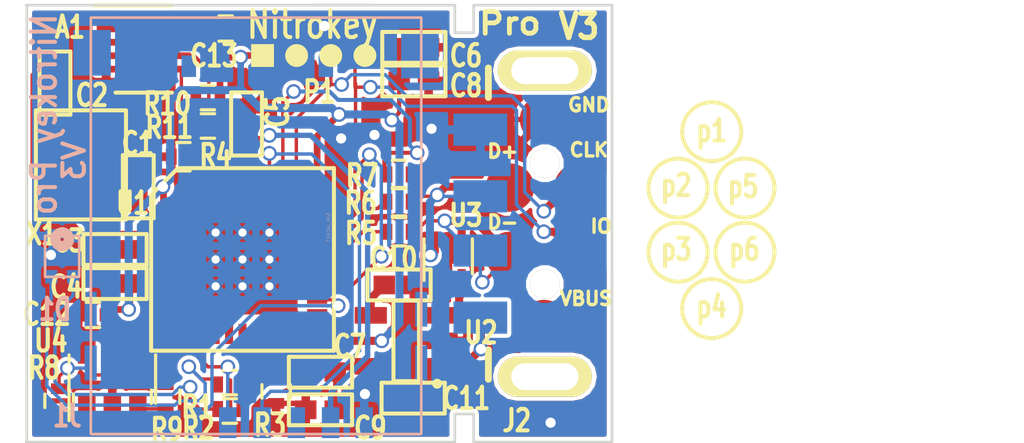
<source format=kicad_pcb>
(kicad_pcb (version 4) (host pcbnew 4.0.7)
  (title_block (title "Nitrokey Pro") (date "27 apr 2015") (rev R1))
  (layers (0 Front signal) (31 Back signal) (34 B.Paste user hide) (35 F.Paste user hide) (36 B.SilkS user hide) (37 F.SilkS user hide) (38 B.Mask user) (39 F.Mask user hide) (44 Edge.Cuts user))
  (net 0 "")
  (net 1 +3.3V)
  (net 2 /BOOT0)
  (net 3 /BOOT1)
  (net 4 /D+)
  (net 5 /D+_PLUG)
  (net 6 /D-)
  (net 7 /D-_PLUG)
  (net 8 /NRST)
  (net 9 /OSC_IN)
  (net 10 /OSC_OUT)
  (net 11 /SCCLK)
  (net 12 /SCRST)
  (net 13 /SCSDA)
  (net 14 /SCVCC)
  (net 15 /SWCLK)
  (net 16 /SWDIO)
  (net 17 /USB_EN)
  (net 18 /VBUS)
  (net 19 GND)
  (net 20 "Net-(C10-Pad1)")
  (net 21 "Net-(D1-Pad1)")
  (net 22 "Net-(D1-Pad4)")
  (net 23 "Net-(R1-Pad2)")
  (net 24 "Net-(R2-Pad2)")
  (net 25 "Net-(R8-Pad1)")
  (net 26 "Net-(R9-Pad1)")
  (net 27 /BUTTON)
  (net 28 /BUTTON_RST)
  (net 29 /I2C1_SCL)
  (net 30 /I2C1_SDA)
  (net 31 "Net-(J1-Pad9)")
  (module Resistors_SMD:R_0402 (layer Front) (at 122.2756 105.0036)
    (fp_text reference R1 (at -1.1938 0.8382) (layer F.SilkS) (effects (font (size 0.8 0.6))))
    (fp_text value 510)
    (pad 1 smd rect (at -0.45 0) (size 0.4 0.6) (layers Front F.Paste F.Mask) (net 21 "Net-(D1-Pad1)"))
    (pad 2 smd rect (at 0.45 0) (size 0.4 0.6) (layers Front F.Paste F.Mask) (net 23 "Net-(R1-Pad2)"))
  )
  (module Resistors_SMD:R_0402 (layer Front) (at 124.0028 105.2576 90)
    (fp_text reference R3 (at -1.2573 -0.2286 180) (layer F.SilkS) (effects (font (size 0.8 0.6))))
    (fp_text value 10k)
    (pad 1 smd rect (at -0.45 0 90) (size 0.4 0.6) (layers Front F.Paste F.Mask) (net 19 GND))
    (pad 2 smd rect (at 0.45 0 90) (size 0.4 0.6) (layers Front F.Paste F.Mask) (net 3 /BOOT1))
  )
  (module Resistors_SMD:R_0402 (layer Front) (at 122.2756 105.918)
    (fp_text reference R2 (at -1.1684 0.7112 180) (layer F.SilkS) (effects (font (size 0.8 0.6))))
    (fp_text value 510)
    (pad 1 smd rect (at -0.45 0) (size 0.4 0.6) (layers Front F.Paste F.Mask) (net 22 "Net-(D1-Pad4)"))
    (pad 2 smd rect (at 0.45 0) (size 0.4 0.6) (layers Front F.Paste F.Mask) (net 24 "Net-(R2-Pad2)"))
  )
  (module Resistors_SMD:R_0402 (layer Front) (at 120.5484 96.52 180)
    (fp_text reference R4 (at -1.20142 0.0381 180) (layer F.SilkS) (effects (font (size 0.8 0.6))))
    (fp_text value 10k)
    (pad 1 smd rect (at -0.45 0 180) (size 0.4 0.6) (layers Front F.Paste F.Mask) (net 2 /BOOT0))
    (pad 2 smd rect (at 0.45 0 180) (size 0.4 0.6) (layers Front F.Paste F.Mask) (net 19 GND))
  )
  (module Resistors_SMD:R_0402 (layer Front) (at 128.5748 98.1964)
    (fp_text reference R6 (at -1.4224 0.0508) (layer F.SilkS) (effects (font (size 0.8 0.6))))
    (fp_text value 22)
    (pad 1 smd rect (at -0.45 0) (size 0.4 0.6) (layers Front F.Paste F.Mask) (net 4 /D+))
    (pad 2 smd rect (at 0.45 0) (size 0.4 0.6) (layers Front F.Paste F.Mask) (net 5 /D+_PLUG))
  )
  (module Resistors_SMD:R_0402 (layer Front) (at 128.5748 97.1804)
    (fp_text reference R7 (at -1.377951 0.0508) (layer F.SilkS) (effects (font (size 0.8 0.6))))
    (fp_text value 1.5k)
    (pad 1 smd rect (at -0.45 0) (size 0.4 0.6) (layers Front F.Paste F.Mask) (net 17 /USB_EN))
    (pad 2 smd rect (at 0.45 0) (size 0.4 0.6) (layers Front F.Paste F.Mask) (net 5 /D+_PLUG))
  )
  (module Resistors_SMD:R_0402 (layer Front) (at 128.5748 99.314)
    (fp_text reference R5 (at -1.409827 0.063373) (layer F.SilkS) (effects (font (size 0.8 0.6))))
    (fp_text value 22)
    (pad 1 smd rect (at -0.45 0) (size 0.4 0.6) (layers Front F.Paste F.Mask) (net 6 /D-))
    (pad 2 smd rect (at 0.45 0) (size 0.4 0.6) (layers Front F.Paste F.Mask) (net 7 /D-_PLUG))
  )
  (module Resistors_SMD:R_0402 (layer Front) (at 115.9256 105.6132 90)
    (fp_text reference R8 (at 1.2192 -0.5588 180) (layer F.SilkS) (effects (font (size 0.8 0.6))))
    (fp_text value 4.7k)
    (pad 1 smd rect (at -0.45 0 90) (size 0.4 0.6) (layers Front F.Paste F.Mask) (net 25 "Net-(R8-Pad1)"))
    (pad 2 smd rect (at 0.45 0 90) (size 0.4 0.6) (layers Front F.Paste F.Mask) (net 31 "Net-(J1-Pad9)"))
  )
  (module Resistors_SMD:R_0402 (layer Front) (at 119.888 105.4608 90)
    (fp_text reference R9 (at -1.2192 0.0508 360) (layer F.SilkS) (effects (font (size 0.8 0.6))))
    (fp_text value 10k)
    (pad 1 smd rect (at -0.45 0 90) (size 0.4 0.6) (layers Front F.Paste F.Mask) (net 26 "Net-(R9-Pad1)"))
    (pad 2 smd rect (at 0.45 0 90) (size 0.4 0.6) (layers Front F.Paste F.Mask) (net 19 GND))
  )
  (module Resistors_SMD:R_0402 (layer Front) (at 121.4628 94.3864 180)
    (fp_text reference R10 (at 1.5113 -0.1651 180) (layer F.SilkS) (effects (font (size 0.8 0.6))))
    (fp_text value 10k)
    (pad 1 smd rect (at -0.45 0 180) (size 0.4 0.6) (layers Front F.Paste F.Mask) (net 1 +3.3V))
    (pad 2 smd rect (at 0.45 0 180) (size 0.4 0.6) (layers Front F.Paste F.Mask) (net 29 /I2C1_SCL))
  )
  (module Resistors_SMD:R_0402 (layer Front) (at 121.4628 95.3008 180)
    (fp_text reference R11 (at 1.4351 -0.127 180) (layer F.SilkS) (effects (font (size 0.8 0.6))))
    (fp_text value 10k)
    (pad 1 smd rect (at -0.45 0 180) (size 0.4 0.6) (layers Front F.Paste F.Mask) (net 1 +3.3V))
    (pad 2 smd rect (at 0.45 0 180) (size 0.4 0.6) (layers Front F.Paste F.Mask) (net 30 /I2C1_SDA))
  )
  (module C_0402 (layer Front) (at 117.1868 102.4128 180)
    (fp_text reference C12 (at 1.7184 0.0254 180) (layer F.SilkS) (effects (font (size 0.8 0.6))))
    (fp_text value 0.1uF)
    (pad 1 smd rect (at -0.55 0 180) (size 0.6 0.5) (layers Front F.Paste F.Mask) (net 1 +3.3V))
    (pad 2 smd rect (at 0.55 0 180) (size 0.6 0.5) (layers Front F.Paste F.Mask) (net 19 GND))
  )
  (module Housings_DFN_QFN:DFN-8-1EP_3x3mm_Pitch0.5mm (layer Front) (at 119.0752 92.5068)
    (fp_text reference A1 (at -2.7432 -0.8128) (layer F.SilkS) (effects (font (size 0.8 0.6))))
    (fp_text value ATECC508A)
    (pad 1 smd rect (at -1.4 -0.75) (size 0.7 0.25) (layers Front F.Paste F.Mask))
    (pad 2 smd rect (at -1.4 -0.25) (size 0.7 0.25) (layers Front F.Paste F.Mask))
    (pad 3 smd rect (at -1.4 0.25) (size 0.7 0.25) (layers Front F.Paste F.Mask))
    (pad 4 smd rect (at -1.4 0.75) (size 0.7 0.25) (layers Front F.Paste F.Mask) (net 19 GND))
    (pad 5 smd rect (at 1.4 0.75) (size 0.7 0.25) (layers Front F.Paste F.Mask) (net 30 /I2C1_SDA))
    (pad 6 smd rect (at 1.4 0.25) (size 0.7 0.25) (layers Front F.Paste F.Mask) (net 29 /I2C1_SCL))
    (pad 7 smd rect (at 1.4 -0.25) (size 0.7 0.25) (layers Front F.Paste F.Mask))
    (pad 8 smd rect (at 1.4 -0.75) (size 0.7 0.25) (layers Front F.Paste F.Mask) (net 1 +3.3V))
    (pad 9 smd rect (at 0.415 0.595) (size 0.83 1.19) (layers Front F.Paste F.Mask))
    (pad 9 smd rect (at 0.415 -0.595) (size 0.83 1.19) (layers Front F.Paste F.Mask))
    (pad 9 smd rect (at -0.415 0.595) (size 0.83 1.19) (layers Front F.Paste F.Mask))
    (pad 9 smd rect (at -0.415 -0.595) (size 0.83 1.19) (layers Front F.Paste F.Mask))
  )
  (module TO_SOT_Packages_SMD:SOT-23-6 (layer Front) (at 117.9068 104.8004 90)
    (fp_text reference U4 (at 1.4224 -2.286 180) (layer F.SilkS) (effects (font (size 0.8 0.6))))
    (fp_text value MTCH101)
    (pad 1 smd rect (at -1.1 -0.95 90) (size 1.06 0.65) (layers Front F.Paste F.Mask) (net 25 "Net-(R8-Pad1)"))
    (pad 2 smd rect (at -1.1 0 90) (size 1.06 0.65) (layers Front F.Paste F.Mask) (net 19 GND))
    (pad 3 smd rect (at -1.1 0.95 90) (size 1.06 0.65) (layers Front F.Paste F.Mask) (net 26 "Net-(R9-Pad1)"))
    (pad 4 smd rect (at 1.1 0.95 90) (size 1.06 0.65) (layers Front F.Paste F.Mask) (net 27 /BUTTON))
    (pad 6 smd rect (at 1.1 -0.95 90) (size 1.06 0.65) (layers Front F.Paste F.Mask) (net 28 /BUTTON_RST))
    (pad 5 smd rect (at 1.1 0 90) (size 1.06 0.65) (layers Front F.Paste F.Mask) (net 1 +3.3V))
  )
  (module Capacitors_SMD:C_0402 (layer Front) (at 122.1232 91.7448 180)
    (fp_text reference C13 (at 0.4318 -1.016 180) (layer F.SilkS) (effects (font (size 0.8 0.6))))
    (fp_text value 0.1uF)
    (pad 1 smd rect (at -0.55 0 180) (size 0.6 0.5) (layers Front F.Paste F.Mask) (net 19 GND))
    (pad 2 smd rect (at 0.55 0 180) (size 0.6 0.5) (layers Front F.Paste F.Mask) (net 1 +3.3V))
  )
  (module TO_SOT_Packages_SMD:SOT-553 (layer Front) (at 130.4036 100.2284 90)
    (fp_text reference U3 (at 1.524 0.6604 180) (layer F.SilkS) (effects (font (size 0.8 0.6))))
    (fp_text value DF5A5.6JE)
    (pad 1 smd rect (at -0.7 -0.5 90) (size 0.45 0.3) (layers Front F.Paste F.Mask))
    (pad 3 smd rect (at -0.7 0.5 90) (size 0.45 0.3) (layers Front F.Paste F.Mask) (net 18 /VBUS))
    (pad 5 smd rect (at 0.7 -0.5 90) (size 0.45 0.3) (layers Front F.Paste F.Mask) (net 5 /D+_PLUG))
    (pad 2 smd rect (at -0.7 0 90) (size 0.45 0.3) (layers Front F.Paste F.Mask) (net 19 GND))
    (pad 4 smd rect (at 0.7 0.5 90) (size 0.45 0.3) (layers Front F.Paste F.Mask) (net 7 /D-_PLUG))
  )
  (module footprints:Prog_Pad_Circular (layer Front) (at 135.24 100.21)
    (fp_text reference p6 (at 6.1872 -0.2356) (layer F.SilkS) (effects (font (size 0.8 0.6))))
    (fp_text value debug-pin)
    (pad 1 smd circle (at 0 0) (size 1.8 1.8) (layers Front F.Mask) (net 16 /SWDIO))
  )
  (module footprints:Prog_Pad_Circular (layer Front) (at 135.24 97.67)
    (fp_text reference p5 (at 6.1364 -0.0324) (layer F.SilkS) (effects (font (size 0.8 0.6))))
    (fp_text value debug-pin)
    (pad 1 smd circle (at 0 0) (size 1.8 1.8) (layers Front F.Mask) (net 15 /SWCLK))
  )
  (module footprints:Prog_Pad_Circular (layer Front) (at 133.97 102.75)
    (fp_text reference p4 (at 6.238 -0.642) (layer F.SilkS) (effects (font (size 0.8 0.6))))
    (fp_text value PROG_VCC)
    (pad 1 smd circle (at 0 0) (size 1.8 1.8) (layers Front F.Mask) (net 18 /VBUS))
  )
  (module footprints:Prog_Pad_Circular (layer Front) (at 132.7 100.21)
    (fp_text reference p3 (at 6.1872 -0.2356) (layer F.SilkS) (effects (font (size 0.8 0.6))))
    (fp_text value debug-pin)
    (pad 1 smd circle (at 0 0) (size 1.8 1.8) (layers Front F.Mask) (net 7 /D-_PLUG))
  )
  (module footprints:Prog_Pad_Circular (layer Front) (at 132.7 97.67)
    (fp_text reference p2 (at 6.1872 -0.0832) (layer F.SilkS) (effects (font (size 0.8 0.6))))
    (fp_text value debug-pin)
    (pad 1 smd circle (at 0 0) (size 1.8 1.8) (layers Front F.Mask) (net 5 /D+_PLUG))
  )
  (module footprints:Prog_Pad_Circular (layer Front) (at 133.97 95.13)
    (fp_text reference p1 (at 6.238 0.4248) (layer F.SilkS) (effects (font (size 0.8 0.6))))
    (fp_text value debug-pin)
    (pad 1 smd circle (at 0 0) (size 1.8 1.8) (layers Front F.Mask) (net 19 GND))
  )
  (module molex78646-3001 (layer Back) (at 123.2535 99.06 90)
    (fp_text reference J1 (at -7.112 -7.0231 180) (layer B.SilkS) (effects (font (size 0.8 0.6)) (justify mirror)))
    (fp_text value SIM_JACKET (at -0.0889 2.69748 90) (layer B.SilkS) (effects (font (size 0.127 0.127) (thickness 0.01016)) (justify mirror)))
    (pad 1 smd trapezoid (at -7.366 2.77368 90) (size 1.15062 0.65024) (layers Back B.Paste B.Mask) (net 14 /SCVCC))
    (pad 5 smd trapezoid (at -7.366 4.02336 90) (size 1.15062 0.65024) (layers Back B.Paste B.Mask) (net 19 GND))
    (pad 6 smd trapezoid (at -7.366 1.4986 90) (size 1.15062 0.65024) (layers Back B.Paste B.Mask))
    (pad 2 smd trapezoid (at -7.366 0.22352 90) (size 1.15062 0.65024) (layers Back B.Paste B.Mask) (net 12 /SCRST))
    (pad 7 smd trapezoid (at -7.366 -1.05156 90) (size 1.15062 0.65024) (layers Back B.Paste B.Mask) (net 13 /SCSDA))
    (pad 3 smd trapezoid (at -7.366 -2.32664 90) (size 1.15062 0.65024) (layers Back B.Paste B.Mask) (net 11 /SCCLK))
    (pad 8 smd trapezoid (at -5.14096 6.1468 90) (size 1.30048 0.44958) (layers Back B.Paste B.Mask))
    (pad 10 smd trapezoid (at -3.13944 6.1468 90) (size 1.30048 0.44958) (layers Back B.Paste B.Mask))
    (pad 11 smd trapezoid (at -3.13944 -6.15188 90) (size 1.30048 0.44958) (layers Back B.Paste B.Mask))
    (pad 9 smd trapezoid (at -5.14096 -6.15188 90) (size 1.30048 0.44958) (layers Back B.Paste B.Mask) (net 31 "Net-(J1-Pad9)"))
    (pad 12 smd trapezoid (at 6.30936 6.09854 90) (size 1.69926 1.39954) (layers Back B.Paste B.Mask))
    (pad 13 smd trapezoid (at 6.41096 -6.10108 90) (size 1.69926 1.39954) (layers Back B.Paste B.Mask))
    (pad 14 smd trapezoid (at 5.91058 2.59842 90) (size 0.8001 0.54102) (layers Back B.Paste B.Mask))
    (pad 15 smd trapezoid (at 5.91058 -2.5019 90) (size 0.8001 0.54102) (layers Back B.Paste B.Mask))
  )
  (module SIL-2-2-drilled-offset (layer Front) (at 125.4 92.75)
    (fp_text reference P1 (at 0.2157 1.357) (layer F.SilkS) (effects (font (size 0.8 0.6))))
    (fp_text value CONN_4 hide)
    (pad 2 thru_hole circle (at -0.635 0) (size 0.85 0.85) (drill 0.01) (layers *.Mask Front F.SilkS) (net 19 GND) (clearance 0.0508))
    (pad 3 thru_hole circle (at 0.635 0) (size 0.85 0.85) (drill 0.01) (layers *.Mask Front F.SilkS) (net 15 /SWCLK) (clearance 0.0508))
    (pad 1 thru_hole rect (at -1.905 0) (size 0.85 0.85) (drill 0.01) (layers *.Mask Front F.SilkS) (net 1 +3.3V) (clearance 0.0508))
    (pad 4 thru_hole circle (at 1.905 0) (size 0.85 0.85) (drill 0.01) (layers *.Mask Front F.SilkS) (net 16 /SWDIO) (clearance 0.0508))
  )
  (module USB-A-PLUG (layer Front) (at 142.21142 99.41889)
    (fp_text reference J2 (at -9.25512 6.93091) (layer F.SilkS) (effects (font (size 0.8 0.6))))
    (fp_text value USB_A hide)
    (pad 5 thru_hole oval (at -8.21182 -6.10616 180) (size 3.50012 1.50114) (drill oval 2.49936 1.00076) (layers *.Cu *.Mask F.SilkS))
    (pad 6 thru_hole oval (at -8.21182 5.29336 180) (size 3.50012 1.50114) (drill oval 2.49936 1.00076) (layers *.Cu *.Mask F.SilkS))
    (pad 2 smd rect (at -10.6124 0.59436 180) (size 1.99898 1.19888) (layers Back B.Paste B.Mask) (net 7 /D-_PLUG))
    (pad 3 smd rect (at -10.6124 -1.4224 180) (size 1.99898 1.19888) (layers Back B.Paste B.Mask) (net 5 /D+_PLUG))
    (pad 1 smd rect (at -10.6124 3.09372 180) (size 1.99898 1.19888) (layers Back B.Paste B.Mask) (net 18 /VBUS))
    (pad 4 smd rect (at -10.6124 -3.90652 180) (size 1.99898 1.19888) (layers Back B.Paste B.Mask) (net 19 GND))
    (pad 7 thru_hole circle (at -8.21182 1.84404 180) (size 1.09982 1.09982) (drill 1.09982) (layers *.Cu *.Mask F.SilkS))
    (pad 8 thru_hole circle (at -8.21182 -2.65684 180) (size 1.09982 1.09982) (drill 1.09982) (layers *.Cu *.Mask F.SilkS))
  )
  (module c_0402 (layer Front) (at 129.10058 105.5116)
    (fp_text reference C11 (at 1.97612 0.0127) (layer F.SilkS) (effects (font (size 0.8 0.6))))
    (fp_text value 4.7uF hide)
    (pad 1 smd rect (at 0.54864 0) (size 0.8001 0.6985) (layers Front F.Paste F.Mask) (net 18 /VBUS))
    (pad 2 smd rect (at -0.54864 0) (size 0.8001 0.6985) (layers Front F.Paste F.Mask) (net 19 GND))
  )
  (module c_0402 (layer Front) (at 125.65126 104.5464 180)
    (fp_text reference C7 (at -1.09474 0.9652 360) (layer F.SilkS) (effects (font (size 0.8 0.6))))
    (fp_text value 0.1uF hide)
    (pad 1 smd rect (at 0.54864 0 180) (size 0.8001 0.6985) (layers Front F.Paste F.Mask) (net 19 GND))
    (pad 2 smd rect (at -0.54864 0 180) (size 0.8001 0.6985) (layers Front F.Paste F.Mask) (net 1 +3.3V))
  )
  (module QFN36 (layer Front) (at 122.75058 100.34524)
    (fp_text reference U1 (at -4.08178 -2.09804) (layer F.SilkS) (effects (font (size 0.8 0.6))))
    (fp_text value STM32F103TB hide)
    (pad 1 smd rect (at -2.77622 -2.00152 90) (size 0.29972 0.7493) (layers Front F.Paste F.Mask) (net 1 +3.3V))
    (pad 2 smd rect (at -2.77622 -1.50114 90) (size 0.29972 0.7493) (layers Front F.Paste F.Mask) (net 9 /OSC_IN))
    (pad 3 smd rect (at -2.77622 -1.00076 90) (size 0.29972 0.7493) (layers Front F.Paste F.Mask) (net 10 /OSC_OUT))
    (pad 4 smd rect (at -2.77622 -0.50038 90) (size 0.29972 0.7493) (layers Front F.Paste F.Mask) (net 8 /NRST))
    (pad 5 smd rect (at -2.77622 0 90) (size 0.29972 0.7493) (layers Front F.Paste F.Mask) (net 19 GND))
    (pad 6 smd rect (at -2.77622 0.50038 90) (size 0.29972 0.7493) (layers Front F.Paste F.Mask) (net 1 +3.3V))
    (pad 7 smd rect (at -2.77622 1.00076 90) (size 0.29972 0.7493) (layers Front F.Paste F.Mask))
    (pad 8 smd rect (at -2.77622 1.50114 90) (size 0.29972 0.7493) (layers Front F.Paste F.Mask) (net 27 /BUTTON))
    (pad 9 smd rect (at -2.77622 2.00152 90) (size 0.29972 0.7493) (layers Front F.Paste F.Mask) (net 28 /BUTTON_RST))
    (pad 10 smd rect (at -2.00152 2.77622) (size 0.29972 0.7493) (layers Front F.Paste F.Mask) (net 13 /SCSDA))
    (pad 11 smd rect (at -1.50114 2.77622) (size 0.29972 0.7493) (layers Front F.Paste F.Mask))
    (pad 12 smd rect (at -1.00076 2.77622) (size 0.29972 0.7493) (layers Front F.Paste F.Mask))
    (pad 13 smd rect (at -0.50038 2.77622) (size 0.29972 0.7493) (layers Front F.Paste F.Mask))
    (pad 14 smd rect (at 0 2.77622) (size 0.29972 0.7493) (layers Front F.Paste F.Mask) (net 23 "Net-(R1-Pad2)"))
    (pad 15 smd rect (at 0.50038 2.77622) (size 0.29972 0.7493) (layers Front F.Paste F.Mask) (net 24 "Net-(R2-Pad2)"))
    (pad 16 smd rect (at 1.00076 2.77622) (size 0.29972 0.7493) (layers Front F.Paste F.Mask))
    (pad 17 smd rect (at 1.50114 2.77622 90) (size 0.7493 0.29972) (layers Front F.Paste F.Mask) (net 3 /BOOT1))
    (pad 18 smd rect (at 2.00152 2.77622 90) (size 0.7493 0.29972) (layers Front F.Paste F.Mask) (net 19 GND))
    (pad 19 smd rect (at 2.77622 2.00152 90) (size 0.29972 0.7493) (layers Front F.Paste F.Mask) (net 1 +3.3V))
    (pad 20 smd rect (at 2.77622 1.50114 90) (size 0.29972 0.7493) (layers Front F.Paste F.Mask) (net 11 /SCCLK))
    (pad 21 smd rect (at 2.77622 1.00076 90) (size 0.29972 0.7493) (layers Front F.Paste F.Mask) (net 4 /D+))
    (pad 22 smd rect (at 2.77622 0.50038 90) (size 0.29972 0.7493) (layers Front F.Paste F.Mask) (net 6 /D-))
    (pad 23 smd rect (at 2.77622 0 90) (size 0.29972 0.7493) (layers Front F.Paste F.Mask) (net 6 /D-))
    (pad 24 smd rect (at 2.77622 -0.50038 90) (size 0.29972 0.7493) (layers Front F.Paste F.Mask) (net 4 /D+))
    (pad 25 smd rect (at 2.77622 -1.00076 90) (size 0.29972 0.7493) (layers Front F.Paste F.Mask) (net 16 /SWDIO))
    (pad 26 smd rect (at 2.77622 -1.50114 90) (size 0.29972 0.7493) (layers Front F.Paste F.Mask) (net 19 GND))
    (pad 27 smd rect (at 2.77622 -2.00152 90) (size 0.29972 0.7493) (layers Front F.Paste F.Mask) (net 1 +3.3V))
    (pad 28 smd rect (at 2.00152 -2.77622) (size 0.29972 0.7493) (layers Front F.Paste F.Mask) (net 15 /SWCLK))
    (pad 29 smd rect (at 1.50114 -2.77622) (size 0.29972 0.7493) (layers Front F.Paste F.Mask) (net 17 /USB_EN))
    (pad 30 smd rect (at 1.00076 -2.77622) (size 0.29972 0.7493) (layers Front F.Paste F.Mask) (net 12 /SCRST))
    (pad 31 smd rect (at 0.50038 -2.77622) (size 0.29972 0.7493) (layers Front F.Paste F.Mask) (net 14 /SCVCC))
    (pad 32 smd rect (at 0 -2.77622) (size 0.29972 0.7493) (layers Front F.Paste F.Mask) (net 14 /SCVCC))
    (pad 33 smd rect (at -0.50038 -2.77622) (size 0.29972 0.7493) (layers Front F.Paste F.Mask) (net 29 /I2C1_SCL))
    (pad 34 smd rect (at -1.00076 -2.77622) (size 0.29972 0.7493) (layers Front F.Paste F.Mask) (net 30 /I2C1_SDA))
    (pad 35 smd rect (at -1.50114 -2.77622) (size 0.29972 0.7493) (layers Front F.Paste F.Mask) (net 2 /BOOT0))
    (pad 36 smd rect (at -2.00152 -2.77622) (size 0.29972 0.7493) (layers Front F.Paste F.Mask) (net 19 GND))
    (pad 37 smd rect (at 0 0) (size 4.09956 4.09956) (layers Front F.Paste F.Mask) (net 19 GND))
    (pad 37 thru_hole circle (at 0 0 180) (size 0.3048 0.3048) (drill 0.29972) (layers *.Cu *.Mask F.SilkS) (net 19 GND))
    (pad 37 thru_hole circle (at 1.00076 0 180) (size 0.3048 0.3048) (drill 0.29972) (layers *.Cu *.Mask F.SilkS) (net 19 GND))
    (pad 37 thru_hole circle (at -1.00076 0 180) (size 0.3048 0.3048) (drill 0.29972) (layers *.Cu *.Mask F.SilkS) (net 19 GND))
    (pad 37 thru_hole circle (at -1.00076 -1.00076 180) (size 0.3048 0.3048) (drill 0.29972) (layers *.Cu *.Mask F.SilkS) (net 19 GND))
    (pad 37 thru_hole circle (at 0 -1.00076 180) (size 0.3048 0.3048) (drill 0.29972) (layers *.Cu *.Mask F.SilkS) (net 19 GND))
    (pad 37 thru_hole circle (at 1.00076 -1.00076 180) (size 0.3048 0.3048) (drill 0.29972) (layers *.Cu *.Mask F.SilkS) (net 19 GND))
    (pad 37 thru_hole circle (at 1.00076 1.00076 180) (size 0.3048 0.3048) (drill 0.29972) (layers *.Cu *.Mask F.SilkS) (net 19 GND))
    (pad 37 thru_hole circle (at 0 1.00076 180) (size 0.3048 0.3048) (drill 0.29972) (layers *.Cu *.Mask F.SilkS) (net 19 GND))
    (pad 37 thru_hole circle (at -1.00076 1.00076 180) (size 0.3048 0.3048) (drill 0.29972) (layers *.Cu *.Mask F.SilkS) (net 19 GND))
  )
  (module KPHBM-2012SURKCGKC (layer Back) (at 116.04 100.23 270)
    (fp_text reference D1 (at 1.9796 0.2668 360) (layer B.SilkS) (effects (font (size 0.8 0.6)) (justify mirror)))
    (fp_text value DUAL_LED hide)
    (pad 1 smd trapezoid (at 0.762 0.4064 270) (size 0.50038 0.44958) (layers Back B.Paste B.Mask) (net 21 "Net-(D1-Pad1)") (clearance 0.0508))
    (pad 2 smd trapezoid (at -0.762 0.4064 270) (size 0.50038 0.44958) (layers Back B.Paste B.Mask) (net 19 GND) (clearance 0.0508))
    (pad 4 smd trapezoid (at 0.762 -0.4064 270) (size 0.50038 0.44958) (layers Back B.Paste B.Mask) (net 22 "Net-(D1-Pad4)") (clearance 0.0508))
    (pad 3 smd trapezoid (at -0.762 -0.4064 270) (size 0.50038 0.44958) (layers Back B.Paste B.Mask) (net 19 GND) (clearance 0.0508))
  )
  (module TSOT23-5 (layer Front) (at 128.8415 103.378 90)
    (fp_text reference U2 (at 0.3048 2.7813 180) (layer F.SilkS) (effects (font (size 0.8 0.6))))
    (fp_text value CAT6217-330 hide)
    (pad 1 smd rect (at -0.94996 1.31826 90) (size 0.61976 1.19888) (layers Front F.Paste F.Mask) (net 18 /VBUS))
    (pad 2 smd rect (at 0 1.31826 90) (size 0.61976 1.19888) (layers Front F.Paste F.Mask) (net 19 GND))
    (pad 3 smd rect (at 0.94996 1.31826 90) (size 0.61976 1.19888) (layers Front F.Paste F.Mask) (net 18 /VBUS))
    (pad 4 smd rect (at 0.94996 -1.31826 90) (size 0.61976 1.19888) (layers Front F.Paste F.Mask) (net 20 "Net-(C10-Pad1)"))
    (pad 5 smd rect (at -0.94996 -1.31826 90) (size 0.61976 1.19888) (layers Front F.Paste F.Mask) (net 1 +3.3V))
  )
  (module ABM8G (layer Front) (at 116.7384 96.8248 90)
    (fp_text reference X1 (at -2.5654 -1.4605 360) (layer F.SilkS) (effects (font (size 0.8 0.6))))
    (fp_text value 12MHz hide)
    (pad 2 smd rect (at 1.09982 -0.8509 90) (size 1.397 1.1938) (layers Front F.Paste F.Mask) (net 10 /OSC_OUT) (clearance 0.07874))
    (pad 3 smd rect (at 1.09982 0.8509 90) (size 1.397 1.1938) (layers Front F.Paste F.Mask) (net 19 GND) (clearance 0.07874))
    (pad 1 smd rect (at -1.09982 0.8509 90) (size 1.397 1.1938) (layers Front F.Paste F.Mask) (net 9 /OSC_IN) (clearance 0.07874))
    (pad 3 smd rect (at -1.09982 -0.8509 90) (size 1.397 1.1938) (layers Front F.Paste F.Mask) (net 19 GND) (clearance 0.07874))
  )
  (module c_0402 (layer Front) (at 118.0084 99.9744)
    (fp_text reference C3 (at -1.7145 -0.3175) (layer F.SilkS) (effects (font (size 0.8 0.6))))
    (fp_text value 0.1uF hide)
    (pad 1 smd rect (at 0.54864 0) (size 0.8001 0.6985) (layers Front F.Paste F.Mask) (net 8 /NRST))
    (pad 2 smd rect (at -0.54864 0) (size 0.8001 0.6985) (layers Front F.Paste F.Mask) (net 19 GND))
  )
  (module c_0402 (layer Front) (at 118.872 97.6376 270)
    (fp_text reference C1 (at -1.6129 0.0127 360) (layer F.SilkS) (effects (font (size 0.8 0.6))))
    (fp_text value 27pF hide)
    (pad 1 smd rect (at 0.54864 0 270) (size 0.8001 0.6985) (layers Front F.Paste F.Mask) (net 9 /OSC_IN))
    (pad 2 smd rect (at -0.54864 0 270) (size 0.8001 0.6985) (layers Front F.Paste F.Mask) (net 19 GND))
  )
  (module c_0402 (layer Front) (at 129.12598 92.44584)
    (fp_text reference C6 (at 1.93802 0.31496) (layer F.SilkS) (effects (font (size 0.8 0.6))))
    (fp_text value 0.1uF hide)
    (pad 1 smd rect (at 0.54864 0) (size 0.8001 0.6985) (layers Front F.Paste F.Mask) (net 19 GND))
    (pad 2 smd rect (at -0.54864 0) (size 0.8001 0.6985) (layers Front F.Paste F.Mask) (net 1 +3.3V))
  )
  (module c_0402 (layer Front) (at 122.9 95.3 270)
    (fp_text reference C5 (at -0.4564 -1.1536 450) (layer F.SilkS) (effects (font (size 0.8 0.6))))
    (fp_text value 0.1uF hide)
    (pad 1 smd rect (at 0.54864 0 270) (size 0.8001 0.6985) (layers Front F.Paste F.Mask) (net 14 /SCVCC))
    (pad 2 smd rect (at -0.54864 0 270) (size 0.8001 0.6985) (layers Front F.Paste F.Mask) (net 19 GND))
  )
  (module c_0402 (layer Front) (at 118.0084 101.2444)
    (fp_text reference C4 (at -1.8161 0.127) (layer F.SilkS) (effects (font (size 0.8 0.6))))
    (fp_text value 0.1uF hide)
    (pad 1 smd rect (at 0.54864 0) (size 0.8001 0.6985) (layers Front F.Paste F.Mask) (net 1 +3.3V))
    (pad 2 smd rect (at -0.54864 0) (size 0.8001 0.6985) (layers Front F.Paste F.Mask) (net 19 GND))
  )
  (module c_0402 (layer Front) (at 115.7732 93.7768 270)
    (fp_text reference C2 (at 0.4572 -1.3716 360) (layer F.SilkS) (effects (font (size 0.8 0.6))))
    (fp_text value 27pF hide)
    (pad 1 smd rect (at 0.54864 0 270) (size 0.8001 0.6985) (layers Front F.Paste F.Mask) (net 10 /OSC_OUT))
    (pad 2 smd rect (at -0.54864 0 270) (size 0.8001 0.6985) (layers Front F.Paste F.Mask) (net 19 GND))
  )
  (module c_0402 (layer Front) (at 125.65126 105.94594)
    (fp_text reference C9 (at 1.85674 0.68326) (layer F.SilkS) (effects (font (size 0.8 0.6))))
    (fp_text value 4.7uF hide)
    (pad 1 smd rect (at 0.54864 0) (size 0.8001 0.6985) (layers Front F.Paste F.Mask) (net 1 +3.3V))
    (pad 2 smd rect (at -0.54864 0) (size 0.8001 0.6985) (layers Front F.Paste F.Mask) (net 19 GND))
  )
  (module c_0402 (layer Front) (at 129.12598 93.69552)
    (fp_text reference C8 (at 1.93802 0.18288) (layer F.SilkS) (effects (font (size 0.8 0.6))))
    (fp_text value 0.1uF hide)
    (pad 1 smd rect (at 0.54864 0) (size 0.8001 0.6985) (layers Front F.Paste F.Mask) (net 19 GND))
    (pad 2 smd rect (at -0.54864 0) (size 0.8001 0.6985) (layers Front F.Paste F.Mask) (net 1 +3.3V))
  )
  (module c_0402 (layer Front) (at 128.5748 101.2952 180)
    (fp_text reference C10 (at 0.2032 0.9652 180) (layer F.SilkS) (effects (font (size 0.8 0.6))))
    (fp_text value 0.01uF hide)
    (pad 1 smd rect (at 0.54864 0 180) (size 0.8001 0.6985) (layers Front F.Paste F.Mask) (net 20 "Net-(C10-Pad1)"))
    (pad 2 smd rect (at -0.54864 0 180) (size 0.8001 0.6985) (layers Front F.Paste F.Mask) (net 19 GND))
  )
  (gr_text Nitrokey (at 125.349 91.6051) (layer F.SilkS) (effects (font (size 1 0.8))))
  (gr_text V3 (at 116.4844 96.6724 90) (layer B.SilkS) (effects (font (size 0.8 0.8)) (justify mirror)))
  (gr_text "Nitrokey Pro" (at 115.3668 94.9452 90) (layer B.SilkS) (effects (font (size 0.9 0.8)) (justify mirror)))
  (gr_text efsffe (at 166.6748 80.4672) (layer F.SilkS) (effects (font (size 0.5 0.5) (thickness 0.1048))))
  (gr_text GND (at 135.636 94.5896) (layer F.SilkS) (effects (font (size 0.5 0.5) (thickness 0.125))))
  (gr_text VBUS (at 135.5344 101.8032) (layer F.SilkS) (effects (font (size 0.5 0.5) (thickness 0.125))))
  (gr_text D- (at 132.4356 98.9584) (layer F.SilkS) (effects (font (size 0.5 0.5) (thickness 0.125))))
  (gr_text IO (at 136.0932 99.1108) (layer F.SilkS) (effects (font (size 0.5 0.5) (thickness 0.125))))
  (gr_text CLK (at 135.636 96.266) (layer F.SilkS) (effects (font (size 0.5 0.5) (thickness 0.125))))
  (gr_text D+ (at 132.4356 96.3168) (layer F.SilkS) (effects (font (size 0.5 0.5) (thickness 0.125))))
  (gr_circle (center 140.208 102.177428) (end 141.1224 102.787028) (layer F.SilkS) (width 0.15))
  (gr_circle (center 140.208 95.586972) (end 141.1224 96.196572) (layer F.SilkS) (width 0.15))
  (gr_circle (center 141.445828 100.076) (end 142.360228 100.6856) (layer F.SilkS) (width 0.15))
  (gr_circle (center 138.956628 100.076) (end 139.871028 100.6856) (layer F.SilkS) (width 0.15))
  (gr_circle (center 141.445828 97.6884) (end 142.360228 98.298) (layer F.SilkS) (width 0.15))
  (gr_circle (center 138.956628 97.6884) (end 139.871028 98.298) (layer F.SilkS) (width 0.15))
  (gr_text V3 (at 135.2677 91.6686) (layer F.SilkS) (effects (font (size 0.9 0.8) (thickness 0.2))))
  (gr_text Pro (at 132.7023 91.5543) (layer F.SilkS) (effects (font (size 0.81 0.9) (thickness 0.18))))
  (gr_line (start 115.225 107.15) (end 115.325 107.15) (angle 90) (layer Edge.Cuts) (width 0.09906))
  (gr_line (start 114.725 90.875) (end 114.725 107.15) (angle 90) (layer Edge.Cuts) (width 0.09906))
  (gr_line (start 115.275 90.875) (end 115.225 90.875) (angle 90) (layer Edge.Cuts) (width 0.09906))
  (gr_line (start 131.35 90.875) (end 136.5 90.875) (angle 90) (layer Edge.Cuts) (width 0.09906))
  (gr_line (start 130.65 90.875) (end 114.7 90.875) (angle 90) (layer Edge.Cuts) (width 0.09906))
  (gr_line (start 130.65 91.9) (end 130.65 90.9) (angle 90) (layer Edge.Cuts) (width 0.09906))
  (gr_line (start 131.35 91.9) (end 130.65 91.9) (angle 90) (layer Edge.Cuts) (width 0.09906))
  (gr_line (start 131.35 90.9) (end 131.35 91.9) (angle 90) (layer Edge.Cuts) (width 0.09906))
  (gr_line (start 130.65 107.15) (end 114.7 107.15) (angle 90) (layer Edge.Cuts) (width 0.09906))
  (gr_line (start 131.35 107.15) (end 136.5 107.15) (angle 90) (layer Edge.Cuts) (width 0.09906))
  (gr_line (start 130.65 106.1) (end 130.65 107.1) (angle 90) (layer Edge.Cuts) (width 0.09906))
  (gr_line (start 131.35 106.1) (end 130.65 106.1) (angle 90) (layer Edge.Cuts) (width 0.09906))
  (gr_line (start 131.35 107.1) (end 131.35 106.1) (angle 90) (layer Edge.Cuts) (width 0.09906))
  (gr_line (start 127.508 90.8685) (end 125.476 90.8685) (angle 90) (layer Edge.Cuts) (width 0.09906))
  (gr_line (start 136.4996 107.1245) (end 136.4996 90.8685) (angle 90) (layer Edge.Cuts) (width 0.09906))
  (segment (start 128.591452 102.718408) (end 128.204909 103.104951) (width 0.3) (layer Back) (net 1))
  (segment (start 128.591452 95.348003) (end 128.591452 102.718408) (width 0.3) (layer Back) (net 1))
  (via (at 127.93186 103.378) (size 0.5461) (drill 0.381) (layers Front Back) (net 1))
  (segment (start 128.3716 95.128151) (end 128.591452 95.348003) (width 0.3) (layer Back) (net 1))
  (segment (start 128.204909 103.104951) (end 127.93186 103.378) (width 0.3) (layer Back) (net 1))
  (segment (start 126.1999 103.378) (end 127.93186 103.378) (width 0.3) (layer Front) (net 1))
  (segment (start 126.3396 94.9452) (end 128.097527 94.9452) (width 0.3) (layer Back) (net 1))
  (segment (start 128.364809 95.0976) (end 128.307368 95.155041) (width 0.3) (layer Back) (net 1))
  (segment (start 128.402151 95.0976) (end 128.364809 95.0976) (width 0.3) (layer Back) (net 1))
  (segment (start 128.57734 94.885069) (end 128.307368 95.155041) (width 0.1524) (layer Front) (net 1))
  (segment (start 128.57734 93.69552) (end 128.57734 94.885069) (width 0.1524) (layer Front) (net 1))
  (via (at 128.307368 95.155041) (size 0.5461) (drill 0.381) (layers Front Back) (net 1))
  (segment (start 128.097527 94.9452) (end 128.307368 95.155041) (width 0.3) (layer Back) (net 1))
  (segment (start 118.55704 101.2444) (end 118.55704 102.168956) (width 0.25) (layer Front) (net 1))
  (segment (start 118.55704 102.168956) (end 118.5164 102.209596) (width 0.25) (layer Front) (net 1))
  (segment (start 118.5164 102.209596) (end 117.940004 102.209596) (width 0.25) (layer Front) (net 1))
  (segment (start 117.940004 102.209596) (end 117.7368 102.4128) (width 0.1524) (layer Front) (net 1))
  (segment (start 119.97436 100.84562) (end 119.47398 100.84562) (width 0.25) (layer Front) (net 1))
  (segment (start 119.0752 101.2444) (end 118.55704 101.2444) (width 0.25) (layer Front) (net 1))
  (segment (start 119.47398 100.84562) (end 119.0752 101.2444) (width 0.25) (layer Front) (net 1))
  (segment (start 117.9068 103.7004) (end 117.9068 102.5828) (width 0.25) (layer Front) (net 1))
  (segment (start 117.9068 102.5828) (end 117.7368 102.4128) (width 0.1524) (layer Front) (net 1))
  (segment (start 118.28 100.96736) (end 118.290319 100.977679) (width 0.1524) (layer Front) (net 1))
  (segment (start 121.9128 92.4868) (end 121.9128 92.8116) (width 0.25) (layer Front) (net 1))
  (segment (start 121.5732 92.1472) (end 121.9128 92.4868) (width 0.25) (layer Front) (net 1))
  (segment (start 121.5732 91.7448) (end 121.5732 92.1472) (width 0.25) (layer Front) (net 1))
  (segment (start 122.682 92.8116) (end 121.9128 92.8116) (width 0.25) (layer Front) (net 1))
  (segment (start 121.9128 92.8116) (end 121.9128 93.934) (width 0.25) (layer Front) (net 1))
  (segment (start 121.9128 93.934) (end 121.9128 94.3864) (width 0.25) (layer Front) (net 1))
  (segment (start 121.5732 91.7448) (end 121.6232 91.7448) (width 0.1524) (layer Front) (net 1))
  (segment (start 121.5732 91.7448) (end 120.4872 91.7448) (width 0.1524) (layer Front) (net 1))
  (segment (start 120.4872 91.7448) (end 120.4752 91.7568) (width 0.1524) (layer Front) (net 1))
  (segment (start 121.9128 95.3008) (end 121.9128 94.3864) (width 0.1524) (layer Front) (net 1))
  (segment (start 122.7436 92.75) (end 122.682 92.8116) (width 0.1524) (layer Front) (net 1))
  (segment (start 123.495 92.75) (end 122.7436 92.75) (width 0.25) (layer Front) (net 1))
  (segment (start 122.682 93.197751) (end 122.682 92.8116) (width 0.25) (layer Back) (net 1))
  (via (at 122.682 92.8116) (size 0.5461) (drill 0.381) (layers Front Back) (net 1))
  (segment (start 122.7328 94.039689) (end 122.682 93.988889) (width 0.25) (layer Back) (net 1))
  (segment (start 122.682 93.988889) (end 122.682 93.197751) (width 0.25) (layer Back) (net 1))
  (segment (start 126.313861 94.9452) (end 126.076513 94.707852) (width 0.3) (layer Back) (net 1))
  (segment (start 123.384311 94.6912) (end 122.7328 94.039689) (width 0.3) (layer Back) (net 1))
  (segment (start 126.076513 94.707852) (end 124.132982 94.707852) (width 0.3) (layer Back) (net 1))
  (segment (start 124.132982 94.707852) (end 124.11633 94.6912) (width 0.3) (layer Back) (net 1))
  (segment (start 124.11633 94.6912) (end 123.384311 94.6912) (width 0.3) (layer Back) (net 1))
  (segment (start 126.3396 94.9452) (end 126.313861 94.9452) (width 0.3) (layer Back) (net 1))
  (segment (start 125.5268 98.34372) (end 125.5268 95.758) (width 0.25) (layer Front) (net 1))
  (segment (start 125.5268 95.758) (end 126.3396 94.9452) (width 0.25) (layer Front) (net 1))
  (segment (start 122.7328 94.039689) (end 120.450611 94.039689) (width 0.3) (layer Back) (net 1))
  (segment (start 120.450611 94.039689) (end 120.059449 94.430851) (width 0.3) (layer Back) (net 1))
  (segment (start 120.059449 94.430851) (end 120.059449 97.364551) (width 0.3) (layer Back) (net 1))
  (segment (start 120.059449 97.364551) (end 119.7864 97.6376) (width 0.3) (layer Back) (net 1))
  (segment (start 119.7864 97.6376) (end 118.5164 98.9076) (width 0.3) (layer Back) (net 1))
  (segment (start 118.49862 102.191816) (end 118.5164 102.209596) (width 0.1524) (layer Front) (net 1))
  (via (at 118.5164 102.209596) (size 0.5461) (drill 0.381) (layers Front Back) (net 1))
  (segment (start 118.5164 98.9076) (end 118.5164 101.823445) (width 0.3) (layer Back) (net 1))
  (segment (start 118.5164 101.823445) (end 118.5164 102.209596) (width 0.3) (layer Back) (net 1))
  (segment (start 127.52324 104.32796) (end 126.41834 104.32796) (width 0.3) (layer Front) (net 1))
  (segment (start 126.41834 104.32796) (end 126.1999 104.5464) (width 0.3) (layer Front) (net 1))
  (segment (start 126.1999 103.01986) (end 126.1999 103.378) (width 0.3) (layer Front) (net 1))
  (segment (start 126.1999 103.378) (end 126.1999 104.5464) (width 0.3) (layer Front) (net 1))
  (segment (start 125.5268 102.34676) (end 126.1999 103.01986) (width 0.3) (layer Front) (net 1))
  (segment (start 119.7864 97.6376) (end 119.7864 97.7773) (width 0.25) (layer Front) (net 1))
  (segment (start 119.8118 97.8027) (end 119.8118 98.18116) (width 0.25) (layer Front) (net 1))
  (segment (start 119.7864 97.7773) (end 119.8118 97.8027) (width 0.25) (layer Front) (net 1))
  (segment (start 119.8118 98.18116) (end 119.97436 98.34372) (width 0.25) (layer Front) (net 1))
  (segment (start 126.370151 94.975751) (end 126.3396 94.9452) (width 0.3) (layer Back) (net 1))
  (segment (start 126.1999 104.5464) (end 126.3396 104.4067) (width 0.1524) (layer Front) (net 1))
  (segment (start 128.57734 93.69552) (end 128.57734 92.44584) (width 0.1524) (layer Front) (net 1))
  (segment (start 126.1999 105.94594) (end 126.1999 104.5464) (width 0.1524) (layer Front) (net 1))
  (via (at 119.7864 97.6376) (size 0.5461) (layers Front Back) (net 1))
  (via (at 126.3396 94.9452) (size 0.5461) (layers Front Back) (net 1))
  (segment (start 128.57734 92.44584) (end 128.28016 92.44584) (width 0.1524) (layer Front) (net 1))
  (segment (start 128.57734 92.44584) (end 128.28016 92.44584) (width 0.1524) (layer Front) (net 1))
  (via (at 126.3396 94.9452) (size 0.5461) (layers Front Back) (net 1))
  (segment (start 119.7864 97.6376) (end 118.7196 98.7044) (width 0.1524) (layer Back) (net 1))
  (via (at 119.7864 97.6376) (size 0.5461) (layers Front Back) (net 1))
  (segment (start 126.1999 105.94594) (end 126.1999 104.5464) (width 0.1524) (layer Front) (net 1))
  (segment (start 128.57734 93.69552) (end 128.57734 92.44584) (width 0.1524) (layer Front) (net 1))
  (segment (start 120.9984 96.52) (end 121.24944 96.77104) (width 0.127) (layer Front) (net 2))
  (segment (start 121.24944 96.77104) (end 121.24944 97.56902) (width 0.127) (layer Front) (net 2))
  (segment (start 124.0028 104.8076) (end 124.0028 104.4806) (width 0.127) (layer Front) (net 3))
  (segment (start 124.25172 103.62311) (end 124.25172 103.12146) (width 0.127) (layer Front) (net 3))
  (segment (start 124.0028 104.4806) (end 124.25172 104.23168) (width 0.127) (layer Front) (net 3))
  (segment (start 124.25172 104.23168) (end 124.25172 103.62311) (width 0.127) (layer Front) (net 3))
  (segment (start 127.641351 100.501447) (end 127.9144 100.228398) (width 0.127) (layer Front) (net 4))
  (segment (start 126.796798 101.346) (end 127.641351 100.501447) (width 0.127) (layer Front) (net 4))
  (segment (start 127.9144 99.842247) (end 127.9144 100.228398) (width 0.127) (layer Back) (net 4))
  (segment (start 125.5268 101.346) (end 126.796798 101.346) (width 0.127) (layer Front) (net 4))
  (segment (start 127.9144 96.888302) (end 127.9144 99.842247) (width 0.127) (layer Back) (net 4))
  (segment (start 127.469898 96.4438) (end 127.9144 96.888302) (width 0.127) (layer Back) (net 4))
  (via (at 127.9144 100.228398) (size 0.5461) (drill 0.381) (layers Front Back) (net 4))
  (segment (start 127.196849 98.815976) (end 127.196849 98.7552) (width 0.127) (layer Front) (net 4))
  (segment (start 126.167965 99.84486) (end 127.196849 98.815976) (width 0.127) (layer Front) (net 4))
  (segment (start 125.5268 99.84486) (end 126.167965 99.84486) (width 0.127) (layer Front) (net 4))
  (segment (start 127.196849 98.4504) (end 127.196849 98.7552) (width 0.127) (layer Front) (net 4))
  (segment (start 127.196849 98.7552) (end 127.196849 96.716849) (width 0.127) (layer Front) (net 4))
  (segment (start 127.196849 96.716849) (end 127.469898 96.4438) (width 0.127) (layer Front) (net 4))
  (via (at 127.469898 96.4438) (size 0.5461) (drill 0.381) (layers Front Back) (net 4))
  (segment (start 127.77216 98.4504) (end 127.196849 98.4504) (width 0.127) (layer Front) (net 4))
  (segment (start 128.02616 98.1964) (end 127.77216 98.4504) (width 0.127) (layer Front) (net 4))
  (segment (start 129.12344 98.1964) (end 129.32664 97.9932) (width 0.127) (layer Front) (net 5))
  (segment (start 129.32664 97.9932) (end 129.9464 97.9932) (width 0.127) (layer Front) (net 5))
  (segment (start 129.9464 97.9932) (end 129.9972 97.9424) (width 0.127) (layer Front) (net 5))
  (segment (start 130.302 97.6376) (end 129.9972 97.9424) (width 0.3) (layer Front) (net 5))
  (via (at 129.9972 97.9424) (size 0.5461) (drill 0.381) (layers Front Back) (net 5))
  (segment (start 129.724151 100.158551) (end 129.7432 100.1776) (width 0.3) (layer Back) (net 5))
  (segment (start 129.724151 98.215449) (end 129.724151 100.158551) (width 0.3) (layer Back) (net 5))
  (segment (start 129.9972 97.9424) (end 129.724151 98.215449) (width 0.3) (layer Back) (net 5))
  (segment (start 129.7794 100.1776) (end 129.7432 100.1776) (width 0.3) (layer Front) (net 5))
  (segment (start 129.9036 100.0534) (end 129.7794 100.1776) (width 0.3) (layer Front) (net 5))
  (via (at 129.7432 100.1776) (size 0.5461) (drill 0.381) (layers Front Back) (net 5))
  (segment (start 130.05129 97.99649) (end 129.9972 97.9424) (width 0.127) (layer Back) (net 5))
  (segment (start 129.9036 99.5284) (end 129.9036 100.0534) (width 0.3) (layer Front) (net 5))
  (segment (start 132.7 97.67) (end 132.6676 97.6376) (width 0.127) (layer Front) (net 5))
  (segment (start 132.6676 97.6376) (end 130.302 97.6376) (width 0.3) (layer Front) (net 5))
  (segment (start 131.59902 97.99649) (end 130.05129 97.99649) (width 0.127) (layer Back) (net 5))
  (segment (start 132.7 97.67) (end 132.5188 97.67) (width 0.127) (layer Front) (net 5))
  (segment (start 129.12344 97.1804) (end 129.12344 98.1964) (width 0.15) (layer Front) (net 5))
  (segment (start 125.5268 100.34524) (end 126.197106 100.34524) (width 0.127) (layer Front) (net 6))
  (segment (start 126.197106 100.34524) (end 127.228346 99.314) (width 0.127) (layer Front) (net 6))
  (segment (start 125.5268 100.84562) (end 125.5268 100.3808) (width 0.127) (layer Front) (net 6))
  (segment (start 127.228346 99.314) (end 128.02616 99.314) (width 0.127) (layer Front) (net 6))
  (segment (start 129.12344 99.314) (end 129.1844 99.314) (width 0.127) (layer Front) (net 7))
  (segment (start 129.1844 99.314) (end 129.5908 98.9076) (width 0.127) (layer Front) (net 7))
  (segment (start 129.5908 98.9076) (end 130.274211 98.9076) (width 0.127) (layer Front) (net 7))
  (segment (start 130.9116 98.9076) (end 130.274211 98.9076) (width 0.3) (layer Front) (net 7))
  (segment (start 131.3976 98.9076) (end 130.9116 98.9076) (width 0.3) (layer Front) (net 7))
  (segment (start 130.9116 99.1684) (end 130.9116 98.9076) (width 0.3) (layer Front) (net 7))
  (segment (start 130.9036 99.1764) (end 130.9116 99.1684) (width 0.3) (layer Front) (net 7))
  (segment (start 131.59902 101.11902) (end 131.6736 101.1936) (width 0.127) (layer Back) (net 7))
  (segment (start 131.59902 100.01325) (end 131.59902 101.11902) (width 0.127) (layer Back) (net 7))
  (segment (start 131.7164 101.1936) (end 131.6736 101.1936) (width 0.127) (layer Front) (net 7))
  (segment (start 132.7 100.21) (end 131.7164 101.1936) (width 0.127) (layer Front) (net 7))
  (via (at 131.6736 101.1936) (size 0.5461) (drill 0.381) (layers Front Back) (net 7))
  (segment (start 131.59902 100.01325) (end 131.19897 100.01325) (width 0.127) (layer Back) (net 7))
  (segment (start 132.7 100.21) (end 131.3976 98.9076) (width 0.3) (layer Front) (net 7))
  (segment (start 130.9036 99.5284) (end 130.9036 99.1764) (width 0.3) (layer Front) (net 7))
  (via (at 130.274211 98.9076) (size 0.5461) (drill 0.381) (layers Front Back) (net 7))
  (segment (start 130.274211 99.088491) (end 130.274211 98.9076) (width 0.127) (layer Back) (net 7))
  (segment (start 131.19897 100.01325) (end 130.274211 99.088491) (width 0.127) (layer Back) (net 7))
  (segment (start 119.97436 99.84486) (end 118.68658 99.84486) (width 0.127) (layer Front) (net 8))
  (segment (start 118.68658 99.84486) (end 118.55704 99.9744) (width 0.127) (layer Front) (net 8))
  (segment (start 118.872 98.18624) (end 118.872 98.24339) (width 0.127) (layer Front) (net 9))
  (segment (start 118.872 98.24339) (end 119.47271 98.8441) (width 0.127) (layer Front) (net 9))
  (segment (start 119.47271 98.8441) (end 119.97436 98.8441) (width 0.127) (layer Front) (net 9))
  (segment (start 118.872 98.18624) (end 117.85092 98.18624) (width 0.127) (layer Front) (net 9))
  (segment (start 117.85092 98.18624) (end 117.5893 97.92462) (width 0.127) (layer Front) (net 9))
  (segment (start 115.7732 94.32544) (end 115.7732 95.61068) (width 0.127) (layer Front) (net 10))
  (segment (start 115.7732 95.61068) (end 115.8875 95.72498) (width 0.127) (layer Front) (net 10))
  (segment (start 119.97436 99.34448) (end 117.17528 99.34448) (width 0.127) (layer Front) (net 10))
  (segment (start 117.17528 99.34448) (end 116.748561 98.917761) (width 0.127) (layer Front) (net 10))
  (segment (start 116.748561 98.917761) (end 116.748561 96.687641) (width 0.127) (layer Front) (net 10))
  (segment (start 116.748561 96.687641) (end 115.8875 95.82658) (width 0.127) (layer Front) (net 10))
  (segment (start 115.8875 95.82658) (end 115.8875 95.72498) (width 0.127) (layer Front) (net 10))
  (segment (start 126.083578 101.84638) (end 126.307706 102.070508) (width 0.127) (layer Front) (net 11))
  (segment (start 125.921555 102.070508) (end 126.307706 102.070508) (width 0.127) (layer Back) (net 11))
  (segment (start 123.430692 102.070508) (end 125.921555 102.070508) (width 0.127) (layer Back) (net 11))
  (segment (start 125.5268 101.84638) (end 126.083578 101.84638) (width 0.127) (layer Front) (net 11))
  (segment (start 120.92686 106.426) (end 121.615211 105.737649) (width 0.127) (layer Back) (net 11))
  (segment (start 121.615211 105.737649) (end 121.615211 103.885989) (width 0.127) (layer Back) (net 11))
  (segment (start 121.615211 103.885989) (end 123.430692 102.070508) (width 0.127) (layer Back) (net 11))
  (via (at 126.307706 102.070508) (size 0.5461) (drill 0.381) (layers Front Back) (net 11))
  (segment (start 123.47702 106.426) (end 123.47702 105.58018) (width 0.127) (layer Back) (net 12))
  (segment (start 123.47702 105.58018) (end 123.7996 105.2576) (width 0.127) (layer Back) (net 12))
  (segment (start 127.1016 103.7463) (end 127.1016 98.1964) (width 0.127) (layer Back) (net 12))
  (segment (start 123.7996 105.2576) (end 125.5903 105.2576) (width 0.127) (layer Back) (net 12))
  (segment (start 125.5903 105.2576) (end 127.1016 103.7463) (width 0.127) (layer Back) (net 12))
  (segment (start 125.3236 96.4184) (end 123.7488 96.4184) (width 0.127) (layer Back) (net 12))
  (segment (start 127.1016 98.1964) (end 125.3236 96.4184) (width 0.127) (layer Back) (net 12))
  (segment (start 123.7488 96.4184) (end 123.7488 96.395565) (width 0.127) (layer Back) (net 12))
  (segment (start 123.75134 96.398105) (end 123.7488 96.395565) (width 0.127) (layer Front) (net 12))
  (via (at 123.7488 96.395563) (size 0.5461) (drill 0.381) (layers Front Back) (net 12))
  (segment (start 123.75134 97.56902) (end 123.75134 96.398105) (width 0.127) (layer Front) (net 12))
  (via (at 123.7488 96.395565) (size 0.5461) (drill 0.381) (layers Front Back) (net 12))
  (segment (start 123.75134 96.26854) (end 123.75134 97.56902) (width 0.127) (layer Front) (net 12))
  (segment (start 123.7488 96.266) (end 123.75134 96.26854) (width 0.127) (layer Front) (net 12))
  (segment (start 120.74906 103.12146) (end 120.74906 103.62311) (width 0.127) (layer Front) (net 13))
  (segment (start 120.74906 103.62311) (end 121.471178 104.345228) (width 0.127) (layer Front) (net 13))
  (segment (start 121.471178 104.345228) (end 121.817244 104.345228) (width 0.127) (layer Front) (net 13))
  (segment (start 121.817244 104.345228) (end 122.203395 104.345228) (width 0.127) (layer Front) (net 13))
  (segment (start 122.19432 106.53776) (end 122.203395 104.345228) (width 0.127) (layer Back) (net 13))
  (segment (start 122.19432 104.36352) (end 122.19432 104.354303) (width 0.127) (layer Back) (net 13))
  (segment (start 122.19432 104.354303) (end 122.203395 104.345228) (width 0.127) (layer Back) (net 13))
  (via (at 122.203395 104.345228) (size 0.5461) (drill 0.381) (layers Front Back) (net 13))
  (segment (start 126.02718 106.426) (end 126.02718 105.32327) (width 0.2) (layer Back) (net 14))
  (segment (start 126.02718 105.32327) (end 127.4064 103.94405) (width 0.2) (layer Back) (net 14))
  (segment (start 127.4064 103.94405) (end 127.4064 97.8408) (width 0.2) (layer Back) (net 14))
  (segment (start 127.4064 97.8408) (end 125.28805 95.72245) (width 0.2) (layer Back) (net 14))
  (segment (start 125.28805 95.72245) (end 123.7488 95.72245) (width 0.2) (layer Back) (net 14))
  (via (at 123.7488 95.72245) (size 0.5461) (drill 0.381) (layers Front Back) (net 14))
  (segment (start 122.9 95.84864) (end 123.62261 95.84864) (width 0.2) (layer Front) (net 14))
  (segment (start 123.62261 95.84864) (end 123.7488 95.72245) (width 0.2) (layer Front) (net 14))
  (via (at 123.7488 95.722452) (size 0.5461) (drill 0.381) (layers Front Back) (net 14))
  (segment (start 122.75058 96.70542) (end 122.9995 96.4565) (width 0.2) (layer Front) (net 14))
  (segment (start 122.9995 96.4565) (end 122.8995 95.86214) (width 0.2) (layer Front) (net 14))
  (segment (start 122.75058 97.56902) (end 122.75058 96.70542) (width 0.2) (layer Front) (net 14))
  (segment (start 123.25096 96.70796) (end 122.9995 96.4565) (width 0.2) (layer Front) (net 14))
  (segment (start 123.25096 97.56902) (end 123.25096 96.70796) (width 0.2) (layer Front) (net 14))
  (segment (start 123.44146 95.86214) (end 122.9135 95.86214) (width 0.127) (layer Front) (net 14))
  (segment (start 123.7488 95.5548) (end 123.44146 95.86214) (width 0.127) (layer Front) (net 14))
  (segment (start 122.9135 95.86214) (end 122.9 95.84864) (width 0.127) (layer Front) (net 14))
  (segment (start 123.25096 97.56902) (end 123.25096 96.70796) (width 0.127) (layer Front) (net 14))
  (segment (start 123.25096 96.70796) (end 122.9995 96.4565) (width 0.127) (layer Front) (net 14))
  (segment (start 122.75058 97.56902) (end 122.75058 96.70542) (width 0.127) (layer Front) (net 14))
  (segment (start 122.9995 96.4565) (end 122.8995 95.86214) (width 0.127) (layer Front) (net 14))
  (segment (start 122.75058 96.70542) (end 122.9995 96.4565) (width 0.127) (layer Front) (net 14))
  (segment (start 126.035 93.8276) (end 126.0348 93.8276) (width 0.127) (layer Front) (net 15))
  (segment (start 126.0348 93.8276) (end 124.7521 95.1103) (width 0.127) (layer Front) (net 15))
  (segment (start 124.7521 95.1103) (end 124.7521 97.56902) (width 0.127) (layer Front) (net 15))
  (segment (start 126.438046 93.82953) (end 126.801927 93.465649) (width 0.127) (layer Back) (net 15))
  (segment (start 126.801927 93.465649) (end 128.060449 93.465649) (width 0.127) (layer Back) (net 15))
  (segment (start 132.7912 94.2848) (end 132.794825 94.2848) (width 0.127) (layer Back) (net 15))
  (segment (start 132.794825 94.2848) (end 133.2484 94.738375) (width 0.127) (layer Back) (net 15))
  (segment (start 128.060449 93.465649) (end 128.84861 94.25381) (width 0.127) (layer Back) (net 15))
  (segment (start 128.84861 94.25381) (end 132.76021 94.25381) (width 0.127) (layer Back) (net 15))
  (segment (start 133.2484 94.738375) (end 133.2484 97.8408) (width 0.127) (layer Back) (net 15))
  (segment (start 133.2484 97.8408) (end 133.686551 98.278951) (width 0.127) (layer Back) (net 15))
  (segment (start 133.686551 98.278951) (end 133.9596 98.552) (width 0.127) (layer Back) (net 15))
  (segment (start 132.76021 94.25381) (end 132.7912 94.2848) (width 0.127) (layer Back) (net 15))
  (segment (start 134.232649 98.278951) (end 133.9596 98.552) (width 0.3) (layer Front) (net 15))
  (segment (start 134.8416 97.67) (end 134.232649 98.278951) (width 0.3) (layer Front) (net 15))
  (segment (start 135.20467 97.67) (end 134.8416 97.67) (width 0.3) (layer Front) (net 15))
  (via (at 133.9596 98.552) (size 0.5461) (drill 0.381) (layers Front Back) (net 15))
  (segment (start 126.051895 93.82953) (end 126.438046 93.82953) (width 0.127) (layer Front) (net 15))
  (segment (start 126.03693 93.82953) (end 126.051895 93.82953) (width 0.127) (layer Front) (net 15))
  (segment (start 126.035 93.8276) (end 126.03693 93.82953) (width 0.127) (layer Front) (net 15))
  (segment (start 126.439976 93.8276) (end 126.438046 93.82953) (width 0.127) (layer Back) (net 15))
  (segment (start 126.492 93.8276) (end 126.439976 93.8276) (width 0.127) (layer Back) (net 15))
  (via (at 126.438046 93.82953) (size 0.5461) (drill 0.381) (layers Front Back) (net 15))
  (segment (start 126.035 92.75) (end 126.035 93.8276) (width 0.127) (layer Front) (net 15))
  (segment (start 135.24 97.67) (end 135.20467 97.67) (width 0.127) (layer Front) (net 15))
  (segment (start 126.035 92.75) (end 126.035 93.215) (width 0.127) (layer Front) (net 15))
  (segment (start 125.5268 99.34448) (end 126.25832 99.34448) (width 0.127) (layer Front) (net 16))
  (segment (start 126.9365 98.6663) (end 126.9365 96.117453) (width 0.127) (layer Front) (net 16))
  (segment (start 126.956733 96.09722) (end 126.956733 93.797033) (width 0.127) (layer Front) (net 16))
  (segment (start 126.956733 93.797033) (end 126.9365 93.7768) (width 0.127) (layer Front) (net 16))
  (segment (start 126.9365 96.117453) (end 126.956733 96.09722) (width 0.127) (layer Front) (net 16))
  (segment (start 126.25832 99.34448) (end 126.9365 98.6663) (width 0.127) (layer Front) (net 16))
  (segment (start 127.508 93.9292) (end 128.164776 93.9292) (width 0.127) (layer Back) (net 16))
  (segment (start 128.164776 93.9292) (end 128.875976 94.6404) (width 0.127) (layer Back) (net 16))
  (segment (start 132.7912 94.6404) (end 132.9436 94.7928) (width 0.127) (layer Back) (net 16))
  (segment (start 133.686551 99.040951) (end 133.9596 99.314) (width 0.127) (layer Back) (net 16))
  (segment (start 128.875976 94.6404) (end 132.7912 94.6404) (width 0.127) (layer Back) (net 16))
  (segment (start 132.9436 94.7928) (end 132.9436 98.298) (width 0.127) (layer Back) (net 16))
  (segment (start 132.9436 98.298) (end 133.686551 99.040951) (width 0.127) (layer Back) (net 16))
  (segment (start 133.9596 99.314) (end 134.344 99.314) (width 0.3) (layer Front) (net 16))
  (segment (start 134.344 99.314) (end 135.24 100.21) (width 0.3) (layer Front) (net 16))
  (via (at 133.9596 99.314) (size 0.5461) (drill 0.381) (layers Front Back) (net 16))
  (via (at 127.508 93.9292) (size 0.5461) (drill 0.381) (layers Front Back) (net 16))
  (segment (start 127.121849 93.9292) (end 127.508 93.9292) (width 0.127) (layer Front) (net 16))
  (segment (start 126.9492 93.9292) (end 127.121849 93.9292) (width 0.127) (layer Front) (net 16))
  (segment (start 126.9365 93.9165) (end 126.9492 93.9292) (width 0.127) (layer Front) (net 16))
  (segment (start 126.9365 93.7768) (end 126.9365 93.9165) (width 0.127) (layer Front) (net 16))
  (segment (start 126.9365 93.7768) (end 126.9365 93.1185) (width 0.127) (layer Front) (net 16))
  (segment (start 126.9365 93.1185) (end 127.3048 92.7502) (width 0.127) (layer Front) (net 16))
  (segment (start 127.3048 92.7502) (end 127.305 92.75) (width 0.127) (layer Front) (net 16))
  (segment (start 127 93.055) (end 127.305 92.75) (width 0.127) (layer Front) (net 16))
  (segment (start 125.5268 99.34448) (end 126.27102 99.34448) (width 0.127) (layer Front) (net 16))
  (segment (start 129.249092 96.37277) (end 128.976043 96.099721) (width 0.15) (layer Back) (net 17))
  (segment (start 125.993784 94.091384) (end 125.038598 94.091384) (width 0.15) (layer Back) (net 17))
  (segment (start 125.038598 94.091384) (end 124.652447 94.091384) (width 0.15) (layer Back) (net 17))
  (segment (start 126.306656 94.404256) (end 125.993784 94.091384) (width 0.15) (layer Back) (net 17))
  (segment (start 128.976043 96.099721) (end 128.976043 95.115955) (width 0.15) (layer Back) (net 17))
  (segment (start 128.976043 95.115955) (end 128.264344 94.404256) (width 0.15) (layer Back) (net 17))
  (segment (start 128.264344 94.404256) (end 126.306656 94.404256) (width 0.15) (layer Back) (net 17))
  (segment (start 128.02616 97.1804) (end 128.02616 96.56064) (width 0.15) (layer Front) (net 17))
  (segment (start 128.02616 96.56064) (end 128.21403 96.37277) (width 0.15) (layer Front) (net 17))
  (segment (start 128.21403 96.37277) (end 129.249092 96.37277) (width 0.15) (layer Front) (net 17))
  (via (at 129.249092 96.37277) (size 0.5461) (drill 0.381) (layers Front Back) (net 17))
  (segment (start 124.379398 94.364433) (end 124.652447 94.091384) (width 0.127) (layer Front) (net 17))
  (segment (start 124.25172 97.56902) (end 124.25172 94.492111) (width 0.127) (layer Front) (net 17))
  (segment (start 124.25172 94.492111) (end 124.379398 94.364433) (width 0.127) (layer Front) (net 17))
  (via (at 124.652447 94.091384) (size 0.5461) (drill 0.381) (layers Front Back) (net 17))
  (segment (start 131.6228 103.6828) (end 130.97764 104.32796) (width 0.3) (layer Front) (net 18))
  (segment (start 130.97764 104.32796) (end 130.15976 104.32796) (width 0.3) (layer Front) (net 18))
  (segment (start 129.6416 105.5116) (end 129.794 105.5116) (width 0.3) (layer Front) (net 18))
  (segment (start 130.81 102.42804) (end 131.0592 102.42804) (width 0.3) (layer Front) (net 18))
  (segment (start 130.15976 102.42804) (end 130.81 102.42804) (width 0.3) (layer Front) (net 18))
  (segment (start 130.904261 101.641983) (end 130.904261 100.9284) (width 0.3) (layer Front) (net 18))
  (segment (start 130.81 102.42804) (end 130.81 101.736244) (width 0.3) (layer Front) (net 18))
  (segment (start 130.81 101.736244) (end 130.904261 101.641983) (width 0.3) (layer Front) (net 18))
  (segment (start 130.904261 100.9284) (end 130.904261 100.929061) (width 0.3) (layer Front) (net 18))
  (segment (start 131.0592 102.42804) (end 131.6228 102.99164) (width 0.3) (layer Front) (net 18))
  (segment (start 131.6228 102.99164) (end 131.6228 103.296649) (width 0.3) (layer Front) (net 18))
  (segment (start 131.6228 103.296649) (end 131.6228 103.6828) (width 0.3) (layer Front) (net 18))
  (segment (start 132.008951 103.6828) (end 131.6228 103.6828) (width 0.3) (layer Front) (net 18))
  (segment (start 133.0372 103.6828) (end 132.008951 103.6828) (width 0.3) (layer Front) (net 18))
  (segment (start 131.59902 103.65902) (end 131.6228 103.6828) (width 0.3) (layer Back) (net 18))
  (segment (start 133.97 102.75) (end 133.0372 103.6828) (width 0.3) (layer Front) (net 18))
  (segment (start 131.59902 102.51261) (end 131.59902 103.65902) (width 0.3) (layer Back) (net 18))
  (via (at 131.6228 103.6828) (size 0.5461) (drill 0.381) (layers Front Back) (net 18))
  (segment (start 129.64922 105.5116) (end 129.64922 104.48798) (width 0.3) (layer Front) (net 18))
  (segment (start 129.80924 104.32796) (end 130.15976 104.32796) (width 0.15) (layer Front) (net 18))
  (segment (start 129.64922 104.48798) (end 129.80924 104.32796) (width 0.15) (layer Front) (net 18))
  (segment (start 131.59902 102.51261) (end 131.19897 102.51261) (width 0.3) (layer Back) (net 18))
  (segment (start 133.97 102.75) (end 133.8904 102.75) (width 0.3) (layer Front) (net 18))
  (segment (start 126.692571 95.566309) (end 126.419522 95.839358) (width 0.20066) (layer Back) (net 19))
  (via (at 126.419522 95.839358) (size 0.5461) (drill 0.381) (layers Front Back) (net 19))
  (segment (start 126.733209 95.525671) (end 126.692571 95.566309) (width 0.20066) (layer Back) (net 19))
  (segment (start 126.10211 98.8441) (end 126.419522 98.526688) (width 0.20066) (layer Front) (net 19))
  (segment (start 126.419522 98.526688) (end 126.419522 96.225509) (width 0.20066) (layer Front) (net 19))
  (segment (start 127.6604 95.525671) (end 126.733209 95.525671) (width 0.20066) (layer Back) (net 19))
  (segment (start 126.419522 96.225509) (end 126.419522 95.839358) (width 0.20066) (layer Front) (net 19))
  (segment (start 125.5268 98.8441) (end 126.10211 98.8441) (width 0.20066) (layer Front) (net 19))
  (segment (start 124.7521 103.12146) (end 124.7521 103.6701) (width 0.20066) (layer Front) (net 19))
  (segment (start 124.7521 103.6701) (end 125.10262 104.02062) (width 0.20066) (layer Front) (net 19))
  (segment (start 125.10262 104.02062) (end 125.10262 104.5464) (width 0.20066) (layer Front) (net 19))
  (segment (start 115.1636 106.3244) (end 115.570591 106.731391) (width 0.20066) (layer Front) (net 19))
  (segment (start 115.570591 106.731391) (end 117.806469 106.731391) (width 0.20066) (layer Front) (net 19))
  (segment (start 117.806469 106.731391) (end 117.9068 106.63106) (width 0.20066) (layer Front) (net 19))
  (segment (start 117.9068 106.63106) (end 117.9068 105.9004) (width 0.20066) (layer Front) (net 19))
  (segment (start 115.1636 103.38534) (end 115.1636 106.3244) (width 0.20066) (layer Front) (net 19))
  (segment (start 116.6368 102.4128) (end 116.13614 102.4128) (width 0.20066) (layer Front) (net 19))
  (segment (start 116.13614 102.4128) (end 115.1636 103.38534) (width 0.20066) (layer Front) (net 19))
  (segment (start 115.7732 93.22816) (end 115.22329 93.22816) (width 0.20066) (layer Front) (net 19))
  (segment (start 114.9604 96.89592) (end 115.8875 97.82302) (width 0.20066) (layer Front) (net 19))
  (segment (start 115.22329 93.22816) (end 114.9604 93.49105) (width 0.20066) (layer Front) (net 19))
  (segment (start 114.9604 93.49105) (end 114.9604 96.89592) (width 0.20066) (layer Front) (net 19))
  (segment (start 115.8875 97.82302) (end 115.8875 97.92462) (width 0.20066) (layer Front) (net 19))
  (segment (start 116.6368 102.4128) (end 116.6368 102.362) (width 0.20066) (layer Front) (net 19))
  (segment (start 116.6368 102.362) (end 116.84 102.1588) (width 0.20066) (layer Front) (net 19))
  (segment (start 116.84 102.1588) (end 116.84 101.86416) (width 0.20066) (layer Front) (net 19))
  (segment (start 116.84 101.86416) (end 117.45976 101.2444) (width 0.20066) (layer Front) (net 19))
  (segment (start 117.45976 99.9744) (end 117.45976 101.2444) (width 0.20066) (layer Front) (net 19))
  (segment (start 116.4464 99.468) (end 115.6336 99.468) (width 0.20066) (layer Back) (net 19))
  (segment (start 117.45976 99.9744) (end 115.8748 99.9744) (width 0.20066) (layer Front) (net 19))
  (segment (start 115.8748 99.9744) (end 115.824 99.9744) (width 0.20066) (layer Front) (net 19))
  (segment (start 115.8875 97.92462) (end 115.8875 98.82378) (width 0.20066) (layer Front) (net 19))
  (segment (start 115.8748 98.83648) (end 115.8748 99.9744) (width 0.20066) (layer Front) (net 19))
  (segment (start 115.8875 98.82378) (end 115.8748 98.83648) (width 0.20066) (layer Front) (net 19))
  (segment (start 115.6336 99.468) (end 115.6336 100.1648) (width 0.20066) (layer Back) (net 19))
  (segment (start 115.6336 100.1648) (end 115.6208 100.1776) (width 0.20066) (layer Back) (net 19))
  (via (at 115.6208 100.1776) (size 0.5461) (drill 0.381) (layers Front Back) (net 19))
  (segment (start 115.824 99.9744) (end 115.6208 100.1776) (width 0.20066) (layer Front) (net 19))
  (segment (start 117.6752 93.2568) (end 115.80184 93.2568) (width 0.20066) (layer Front) (net 19))
  (segment (start 115.80184 93.2568) (end 115.7732 93.22816) (width 0.20066) (layer Front) (net 19))
  (segment (start 117.6752 93.2568) (end 117.6752 95.63908) (width 0.20066) (layer Front) (net 19))
  (segment (start 117.6752 95.63908) (end 117.5893 95.72498) (width 0.20066) (layer Front) (net 19))
  (segment (start 117.5893 95.72498) (end 118.38686 95.72498) (width 0.20066) (layer Front) (net 19))
  (segment (start 118.38686 95.72498) (end 118.872 96.21012) (width 0.20066) (layer Front) (net 19))
  (segment (start 118.872 96.21012) (end 118.872 96.48825) (width 0.20066) (layer Front) (net 19))
  (segment (start 118.872 96.48825) (end 118.872 97.08896) (width 0.20066) (layer Front) (net 19))
  (segment (start 120.468389 97.063559) (end 120.0912 97.063559) (width 0.20066) (layer Front) (net 19))
  (segment (start 120.0912 97.063559) (end 119.447311 97.063559) (width 0.20066) (layer Front) (net 19))
  (segment (start 120.0984 96.52) (end 120.0984 97.056359) (width 0.20066) (layer Front) (net 19))
  (segment (start 120.0984 97.056359) (end 120.0912 97.063559) (width 0.20066) (layer Front) (net 19))
  (segment (start 120.74906 97.56902) (end 120.74906 97.34423) (width 0.20066) (layer Front) (net 19))
  (segment (start 120.74906 97.34423) (end 120.468389 97.063559) (width 0.20066) (layer Front) (net 19))
  (segment (start 119.447311 97.063559) (end 119.42191 97.08896) (width 0.20066) (layer Front) (net 19))
  (segment (start 119.42191 97.08896) (end 118.872 97.08896) (width 0.20066) (layer Front) (net 19))
  (segment (start 119.888 105.0108) (end 119.1188 105.0108) (width 0.20066) (layer Front) (net 19))
  (segment (start 119.1188 105.0108) (end 119.060191 105.069409) (width 0.20066) (layer Front) (net 19))
  (segment (start 119.060191 105.069409) (end 118.007131 105.069409) (width 0.20066) (layer Front) (net 19))
  (segment (start 118.007131 105.069409) (end 117.9068 105.16974) (width 0.20066) (layer Front) (net 19))
  (segment (start 117.9068 105.16974) (end 117.9068 105.9004) (width 0.20066) (layer Front) (net 19))
  (segment (start 124.0028 105.7076) (end 124.86428 105.7076) (width 0.20066) (layer Front) (net 19))
  (segment (start 124.86428 105.7076) (end 125.10262 105.94594) (width 0.20066) (layer Front) (net 19))
  (segment (start 124.765 92.75) (end 124.765 92.6594) (width 0.20066) (layer Front) (net 19))
  (segment (start 124.765 92.6594) (end 123.8504 91.7448) (width 0.20066) (layer Front) (net 19))
  (segment (start 123.8504 91.7448) (end 123.17386 91.7448) (width 0.20066) (layer Front) (net 19))
  (segment (start 123.17386 91.7448) (end 122.6732 91.7448) (width 0.20066) (layer Front) (net 19))
  (segment (start 124.765 92.75) (end 124.340001 93.174999) (width 0.20066) (layer Front) (net 19))
  (segment (start 124.340001 93.174999) (end 124.340001 93.388799) (width 0.20066) (layer Front) (net 19))
  (segment (start 124.340001 93.388799) (end 122.97744 94.75136) (width 0.20066) (layer Front) (net 19))
  (segment (start 122.97744 94.75136) (end 122.9 94.75136) (width 0.20066) (layer Front) (net 19))
  (segment (start 117.45976 101.32568) (end 117.45976 101.2444) (width 0.1524) (layer Front) (net 19))
  (segment (start 117.45976 101.32568) (end 117.45976 101.2444) (width 0.1524) (layer Front) (net 19))
  (segment (start 134.2136 106.426) (end 133.226716 106.426) (width 0.20066) (layer Front) (net 19))
  (segment (start 133.226716 106.426) (end 132.515516 105.7148) (width 0.20066) (layer Front) (net 19))
  (segment (start 132.515516 105.7148) (end 130.556 105.7148) (width 0.20066) (layer Front) (net 19))
  (segment (start 130.556 105.7148) (end 130.350261 105.920539) (width 0.20066) (layer Front) (net 19))
  (segment (start 130.350261 105.920539) (end 130.350261 106.101643) (width 0.20066) (layer Front) (net 19))
  (segment (start 130.350261 106.101643) (end 129.855723 106.596181) (width 0.20066) (layer Front) (net 19))
  (segment (start 129.855723 106.596181) (end 125.202951 106.596181) (width 0.20066) (layer Front) (net 19))
  (segment (start 125.10262 106.49585) (end 125.10262 105.94594) (width 0.20066) (layer Front) (net 19))
  (segment (start 125.202951 106.596181) (end 125.10262 106.49585) (width 0.20066) (layer Front) (net 19))
  (via (at 134.2136 106.426) (size 0.5461) (drill 0.381) (layers Front Back) (net 19))
  (segment (start 132.5372 106.426) (end 134.2136 106.426) (width 0.20066) (layer Back) (net 19))
  (segment (start 131.7752 105.664) (end 132.5372 106.426) (width 0.20066) (layer Back) (net 19))
  (segment (start 129.5908 105.664) (end 131.7752 105.664) (width 0.20066) (layer Back) (net 19))
  (segment (start 128.8288 106.426) (end 129.5908 105.664) (width 0.20066) (layer Back) (net 19))
  (segment (start 127.27686 106.426) (end 128.8288 106.426) (width 0.20066) (layer Back) (net 19))
  (segment (start 125.8 91.65) (end 125.774 91.65) (width 0.20066) (layer Front) (net 19))
  (segment (start 125.774 91.65) (end 124.765 92.659) (width 0.20066) (layer Front) (net 19))
  (segment (start 124.765 92.659) (end 124.765 92.75) (width 0.20066) (layer Front) (net 19))
  (segment (start 125.8 91.65) (end 125.8 91.6748) (width 0.20066) (layer Front) (net 19))
  (segment (start 125.8 91.6748) (end 124.765 92.7098) (width 0.20066) (layer Front) (net 19))
  (segment (start 124.765 92.7098) (end 124.765 92.75) (width 0.20066) (layer Front) (net 19))
  (segment (start 127.27686 106.426) (end 127.27686 105.387138) (width 0.20066) (layer Back) (net 19))
  (segment (start 128.4732 105.3592) (end 127.690949 105.3592) (width 0.20066) (layer Front) (net 19))
  (segment (start 127.690949 105.3592) (end 127.304798 105.3592) (width 0.20066) (layer Front) (net 19))
  (via (at 127.304798 105.3592) (size 0.5461) (drill 0.381) (layers Front Back) (net 19))
  (segment (start 127.304798 106.132126) (end 127.304798 105.745351) (width 0.20066) (layer Front) (net 19))
  (segment (start 125.202951 106.596181) (end 126.840743 106.596181) (width 0.20066) (layer Front) (net 19))
  (segment (start 127.304798 105.745351) (end 127.304798 105.3592) (width 0.20066) (layer Front) (net 19))
  (segment (start 126.840743 106.596181) (end 127.304798 106.132126) (width 0.20066) (layer Front) (net 19))
  (segment (start 127.27686 105.387138) (end 127.304798 105.3592) (width 0.20066) (layer Back) (net 19))
  (via (at 127.6604 95.7072) (size 0.5461) (drill 0.381) (layers Front Back) (net 19))
  (segment (start 133.97 95.13) (end 130.132521 95.13) (width 0.20066) (layer Front) (net 19))
  (segment (start 130.132521 95.13) (end 130.056969 95.205552) (width 0.20066) (layer Front) (net 19))
  (segment (start 130.056969 95.205552) (end 129.78392 95.478601) (width 0.20066) (layer Front) (net 19))
  (segment (start 129.67462 93.69552) (end 129.67462 95.369301) (width 0.20066) (layer Front) (net 19))
  (segment (start 131.620261 95.478601) (end 130.170071 95.478601) (width 0.20066) (layer Back) (net 19))
  (segment (start 130.170071 95.478601) (end 129.78392 95.478601) (width 0.20066) (layer Back) (net 19))
  (segment (start 131.6355 95.49384) (end 131.620261 95.478601) (width 0.20066) (layer Back) (net 19))
  (via (at 129.78392 95.478601) (size 0.5461) (drill 0.381) (layers Front Back) (net 19))
  (segment (start 129.67462 95.369301) (end 129.78392 95.478601) (width 0.20066) (layer Front) (net 19))
  (segment (start 129.67462 93.69552) (end 129.67462 95.47098) (width 0.20066) (layer Front) (net 19))
  (segment (start 129.67462 95.47098) (end 129.34688 95.79872) (width 0.20066) (layer Front) (net 19))
  (segment (start 127.933449 95.79872) (end 127.6604 95.525671) (width 0.20066) (layer Front) (net 19))
  (segment (start 129.34688 95.79872) (end 127.933449 95.79872) (width 0.20066) (layer Front) (net 19))
  (segment (start 130.4036 101.1936) (end 130.4036 100.9284) (width 0.15) (layer Front) (net 19))
  (segment (start 130.4036 101.43459) (end 130.4036 101.1936) (width 0.3) (layer Front) (net 19))
  (segment (start 130.334129 101.504061) (end 130.4036 101.43459) (width 0.3) (layer Front) (net 19))
  (segment (start 129.12344 101.2952) (end 129.332301 101.504061) (width 0.3) (layer Front) (net 19))
  (segment (start 129.332301 101.504061) (end 130.334129 101.504061) (width 0.3) (layer Front) (net 19))
  (segment (start 129.1971 102.7303) (end 129.12344 102.65664) (width 0.3) (layer Front) (net 19))
  (segment (start 129.12344 102.65664) (end 129.12344 101.2952) (width 0.3) (layer Front) (net 19))
  (segment (start 130.15976 103.378) (end 129.1844 103.378) (width 0.15) (layer Front) (net 19))
  (segment (start 128.55194 104.5972) (end 128.55194 105.28046) (width 0.20066) (layer Front) (net 19))
  (segment (start 128.55194 105.28046) (end 128.4732 105.3592) (width 0.20066) (layer Front) (net 19))
  (segment (start 128.55194 105.5116) (end 128.55194 104.5972) (width 0.15) (layer Front) (net 19))
  (segment (start 129.1844 103.378) (end 129.1844 102.7176) (width 0.20066) (layer Front) (net 19))
  (segment (start 129.1971 102.7303) (end 129.1844 102.7176) (width 0.20066) (layer Front) (net 19))
  (segment (start 124.25172 98.8441) (end 122.75058 100.34524) (width 0.20066) (layer Front) (net 19))
  (segment (start 125.5268 98.8441) (end 124.25172 98.8441) (width 0.20066) (layer Front) (net 19))
  (segment (start 120.74906 98.34372) (end 122.75058 100.34524) (width 0.20066) (layer Front) (net 19))
  (segment (start 120.74906 97.56902) (end 120.74906 98.34372) (width 0.20066) (layer Front) (net 19))
  (segment (start 124.7521 102.34676) (end 122.75058 100.34524) (width 0.20066) (layer Front) (net 19))
  (segment (start 124.7521 103.12146) (end 124.7521 102.34676) (width 0.20066) (layer Front) (net 19))
  (segment (start 119.97436 100.34524) (end 122.75058 100.34524) (width 0.20066) (layer Front) (net 19))
  (segment (start 129.67462 93.69552) (end 129.67462 92.44584) (width 0.20066) (layer Front) (net 19))
  (segment (start 125.10262 105.94594) (end 125.10262 104.5464) (width 0.20066) (layer Front) (net 19))
  (segment (start 125.09246 105.9561) (end 125.10262 105.94594) (width 0.20066) (layer Front) (net 19))
  (segment (start 129.1844 103.378) (end 128.55194 104.01046) (width 0.20066) (layer Front) (net 19))
  (segment (start 129.1844 103.378) (end 128.55194 104.01046) (width 0.20066) (layer Front) (net 19))
  (segment (start 128.55194 104.01046) (end 128.55194 104.5972) (width 0.20066) (layer Front) (net 19))
  (segment (start 117.40642 99.92106) (end 117.45976 99.9744) (width 0.20066) (layer Front) (net 19))
  (segment (start 129.67462 91.92462) (end 129.4 91.65) (width 0.20066) (layer Front) (net 19))
  (segment (start 129.4 91.65) (end 125.8 91.65) (width 0.20066) (layer Front) (net 19))
  (segment (start 129.67462 92.44584) (end 129.67462 91.92462) (width 0.20066) (layer Front) (net 19))
  (segment (start 125.8 91.65) (end 125.8 91.7) (width 0.20066) (layer Back) (net 19))
  (via (at 125.8 91.65) (size 0.5461) (layers Front Back) (net 19))
  (via (at 125.8 91.65) (size 0.5461) (layers Front Back) (net 19))
  (segment (start 125.8 91.65) (end 125.8 91.7) (width 0.20066) (layer Back) (net 19))
  (segment (start 129.67462 92.44584) (end 129.67462 91.92462) (width 0.20066) (layer Front) (net 19))
  (segment (start 129.4 91.65) (end 125.8 91.65) (width 0.20066) (layer Front) (net 19))
  (segment (start 129.67462 91.92462) (end 129.4 91.65) (width 0.20066) (layer Front) (net 19))
  (segment (start 117.40642 99.92106) (end 117.45976 99.9744) (width 0.20066) (layer Front) (net 19))
  (segment (start 128.55194 104.01046) (end 128.55194 104.5972) (width 0.20066) (layer Front) (net 19))
  (segment (start 125.10262 105.94594) (end 125.10262 106.30662) (width 0.20066) (layer Front) (net 19))
  (segment (start 125.09246 105.9561) (end 125.10262 105.94594) (width 0.20066) (layer Front) (net 19))
  (segment (start 124.7521 103.12146) (end 124.7521 103.8225) (width 0.20066) (layer Front) (net 19))
  (segment (start 125.10262 105.94594) (end 125.10262 104.5464) (width 0.20066) (layer Front) (net 19))
  (segment (start 129.67462 93.69552) (end 129.67462 92.44584) (width 0.20066) (layer Front) (net 19))
  (segment (start 119.97436 100.34524) (end 122.75058 100.34524) (width 0.20066) (layer Front) (net 19))
  (segment (start 124.7521 103.12146) (end 124.7521 102.34676) (width 0.20066) (layer Front) (net 19))
  (segment (start 124.7521 102.34676) (end 122.75058 100.34524) (width 0.20066) (layer Front) (net 19))
  (segment (start 120.74906 97.56902) (end 120.74906 98.34372) (width 0.20066) (layer Front) (net 19))
  (segment (start 120.74906 98.34372) (end 122.75058 100.34524) (width 0.20066) (layer Front) (net 19))
  (segment (start 125.5268 98.8441) (end 124.25172 98.8441) (width 0.20066) (layer Front) (net 19))
  (segment (start 124.25172 98.8441) (end 122.75058 100.34524) (width 0.20066) (layer Front) (net 19))
  (segment (start 127.52324 102.42804) (end 127.52324 101.79812) (width 0.3) (layer Front) (net 20))
  (segment (start 127.52324 101.79812) (end 128.02616 101.2952) (width 0.3) (layer Front) (net 20))
  (segment (start 115.6336 100.992) (end 115.6336 101.8412) (width 0.127) (layer Back) (net 21))
  (segment (start 115.6336 101.8412) (end 115.4684 102.0064) (width 0.127) (layer Back) (net 21))
  (segment (start 115.4684 102.0064) (end 115.4684 105.0544) (width 0.127) (layer Back) (net 21))
  (segment (start 115.4684 105.0544) (end 116.18594 105.77194) (width 0.127) (layer Back) (net 21))
  (segment (start 116.18594 105.77194) (end 120.23726 105.77194) (width 0.127) (layer Back) (net 21))
  (segment (start 121.3612 105.384857) (end 121.3612 104.9528) (width 0.127) (layer Back) (net 21))
  (segment (start 121.3612 104.9528) (end 121.024649 104.616249) (width 0.127) (layer Back) (net 21))
  (segment (start 120.23726 105.77194) (end 120.396 105.6132) (width 0.127) (layer Back) (net 21))
  (segment (start 120.396 105.6132) (end 121.132857 105.6132) (width 0.127) (layer Back) (net 21))
  (segment (start 121.132857 105.6132) (end 121.3612 105.384857) (width 0.127) (layer Back) (net 21))
  (segment (start 121.024649 104.616249) (end 120.7516 104.3432) (width 0.127) (layer Back) (net 21))
  (segment (start 121.8256 105.0036) (end 121.6224 104.8004) (width 0.127) (layer Front) (net 21))
  (segment (start 121.6224 104.8004) (end 121.2088 104.8004) (width 0.127) (layer Front) (net 21))
  (segment (start 121.2088 104.8004) (end 121.0056 104.5972) (width 0.127) (layer Front) (net 21))
  (segment (start 121.0056 104.5972) (end 120.7516 104.3432) (width 0.127) (layer Front) (net 21))
  (via (at 120.7516 104.3432) (size 0.5461) (drill 0.381) (layers Front Back) (net 21))
  (segment (start 116.4464 100.992) (end 116.4464 101.6888) (width 0.127) (layer Back) (net 22))
  (segment (start 120.416249 105.1052) (end 120.8024 105.1052) (width 0.127) (layer Back) (net 22))
  (segment (start 116.4464 101.6888) (end 115.7732 102.362) (width 0.127) (layer Back) (net 22))
  (segment (start 115.7732 102.362) (end 115.7732 104.902) (width 0.127) (layer Back) (net 22))
  (segment (start 115.7732 104.902) (end 116.249449 105.378249) (width 0.127) (layer Back) (net 22))
  (segment (start 116.249449 105.378249) (end 120.1432 105.378249) (width 0.127) (layer Back) (net 22))
  (segment (start 120.1432 105.378249) (end 120.416249 105.1052) (width 0.127) (layer Back) (net 22))
  (segment (start 121.8256 105.918) (end 121.158 105.918) (width 0.127) (layer Front) (net 22))
  (segment (start 121.158 105.918) (end 120.8024 105.5624) (width 0.127) (layer Front) (net 22))
  (segment (start 120.8024 105.5624) (end 120.8024 105.1052) (width 0.127) (layer Front) (net 22))
  (via (at 120.8024 105.1052) (size 0.5461) (drill 0.381) (layers Front Back) (net 22))
  (segment (start 122.7256 105.0036) (end 122.7256 103.14644) (width 0.127) (layer Front) (net 23))
  (segment (start 122.7256 103.14644) (end 122.75058 103.12146) (width 0.127) (layer Front) (net 23))
  (segment (start 122.7256 105.918) (end 122.7256 105.8744) (width 0.127) (layer Front) (net 24))
  (segment (start 122.7256 105.8744) (end 123.25096 105.34904) (width 0.127) (layer Front) (net 24))
  (segment (start 123.25096 103.62311) (end 123.25096 103.12146) (width 0.127) (layer Front) (net 24))
  (segment (start 123.25096 105.34904) (end 123.25096 103.62311) (width 0.127) (layer Front) (net 24))
  (segment (start 116.9568 105.9004) (end 116.7868 106.0704) (width 0.127) (layer Front) (net 25))
  (segment (start 116.7868 106.0704) (end 115.9328 106.0704) (width 0.127) (layer Front) (net 25))
  (segment (start 115.9328 106.0704) (end 115.9256 106.0632) (width 0.127) (layer Front) (net 25))
  (segment (start 119.888 105.9108) (end 118.8672 105.9108) (width 0.127) (layer Front) (net 26))
  (segment (start 118.8672 105.9108) (end 118.8568 105.9004) (width 0.127) (layer Front) (net 26))
  (segment (start 119.97436 101.84638) (end 119.28602 101.84638) (width 0.127) (layer Front) (net 27))
  (segment (start 119.28602 101.84638) (end 119.0752 102.0572) (width 0.127) (layer Front) (net 27))
  (segment (start 119.0752 102.0572) (end 119.0752 103.482) (width 0.127) (layer Front) (net 27))
  (segment (start 119.0752 103.482) (end 118.8568 103.7004) (width 0.127) (layer Front) (net 27))
  (segment (start 116.9568 103.7004) (end 116.9568 104.3574) (width 0.127) (layer Front) (net 28))
  (segment (start 116.9568 104.3574) (end 117.2474 104.648) (width 0.127) (layer Front) (net 28))
  (segment (start 117.2474 104.648) (end 119.04749 104.648) (width 0.127) (layer Front) (net 28))
  (segment (start 119.04749 104.648) (end 119.97436 103.72113) (width 0.127) (layer Front) (net 28))
  (segment (start 119.97436 103.72113) (end 119.97436 102.62362) (width 0.127) (layer Front) (net 28))
  (segment (start 119.97436 102.62362) (end 119.97436 102.34676) (width 0.127) (layer Front) (net 28))
  (segment (start 121.496899 94.3864) (end 121.496899 95.690499) (width 0.127) (layer Front) (net 29))
  (segment (start 121.496899 95.690499) (end 122.2502 96.4438) (width 0.127) (layer Front) (net 29))
  (segment (start 122.2502 96.4438) (end 122.2502 97.56902) (width 0.127) (layer Front) (net 29))
  (segment (start 121.496899 93.301499) (end 121.496899 94.3864) (width 0.127) (layer Front) (net 29))
  (segment (start 121.0128 94.3864) (end 121.496899 94.3864) (width 0.127) (layer Front) (net 29))
  (segment (start 120.4752 92.7568) (end 120.9522 92.7568) (width 0.127) (layer Front) (net 29))
  (segment (start 120.9522 92.7568) (end 121.496899 93.301499) (width 0.127) (layer Front) (net 29))
  (segment (start 120.4752 93.2568) (end 120.4752 94.7196) (width 0.127) (layer Front) (net 30))
  (segment (start 120.4752 94.7196) (end 121.0128 95.2572) (width 0.127) (layer Front) (net 30))
  (segment (start 121.0128 95.2572) (end 121.0128 95.3008) (width 0.127) (layer Front) (net 30))
  (segment (start 121.0128 95.3008) (end 121.158 95.446) (width 0.127) (layer Front) (net 30))
  (segment (start 121.158 95.446) (end 121.158 95.8088) (width 0.127) (layer Front) (net 30))
  (segment (start 121.158 95.8088) (end 121.74982 96.40062) (width 0.127) (layer Front) (net 30))
  (segment (start 121.74982 96.40062) (end 121.74982 97.06737) (width 0.127) (layer Front) (net 30))
  (segment (start 121.74982 97.06737) (end 121.74982 97.56902) (width 0.127) (layer Front) (net 30))
  (segment (start 116.622911 104.394) (end 116.23676 104.394) (width 0.127) (layer Back) (net 31))
  (segment (start 117.01272 104.394) (end 116.622911 104.394) (width 0.127) (layer Back) (net 31))
  (segment (start 117.094 104.31272) (end 117.01272 104.394) (width 0.127) (layer Back) (net 31))
  (segment (start 115.963711 104.667049) (end 116.23676 104.394) (width 0.127) (layer Front) (net 31))
  (segment (start 115.9256 104.70516) (end 115.963711 104.667049) (width 0.127) (layer Front) (net 31))
  (segment (start 115.9256 105.1632) (end 115.9256 104.70516) (width 0.127) (layer Front) (net 31))
  (via (at 116.23676 104.394) (size 0.5461) (drill 0.381) (layers Front Back) (net 31))
  (segment (start 115.86736 105.1228) (end 115.9256 105.06456) (width 0.127) (layer Front) (net 31))
  (zone (net 19) (net_name GND) (layer Back) (connect_pads (clearance 0.15)) (min_thickness 0.15) (fill yes (arc_segments 16) (thermal_gap 0.2) (thermal_bridge_width 0.32))
    (polygon (pts (xy 136.4996 107.1372) (xy 114.701593 107.1372) (xy 114.701593 90.8812) (xy 136.4996 90.8812)))
  )
  (zone (net 19) (net_name GND) (layer Front) (connect_pads (clearance 0.15)) (min_thickness 0.15) (fill yes (arc_segments 16) (thermal_gap 0.2) (thermal_bridge_width 0.32))
    (polygon (pts (xy 136.4996 107.1372) (xy 114.701593 107.1372) (xy 114.701593 90.8812) (xy 136.4996 90.8812)))
  )
)
</source>
